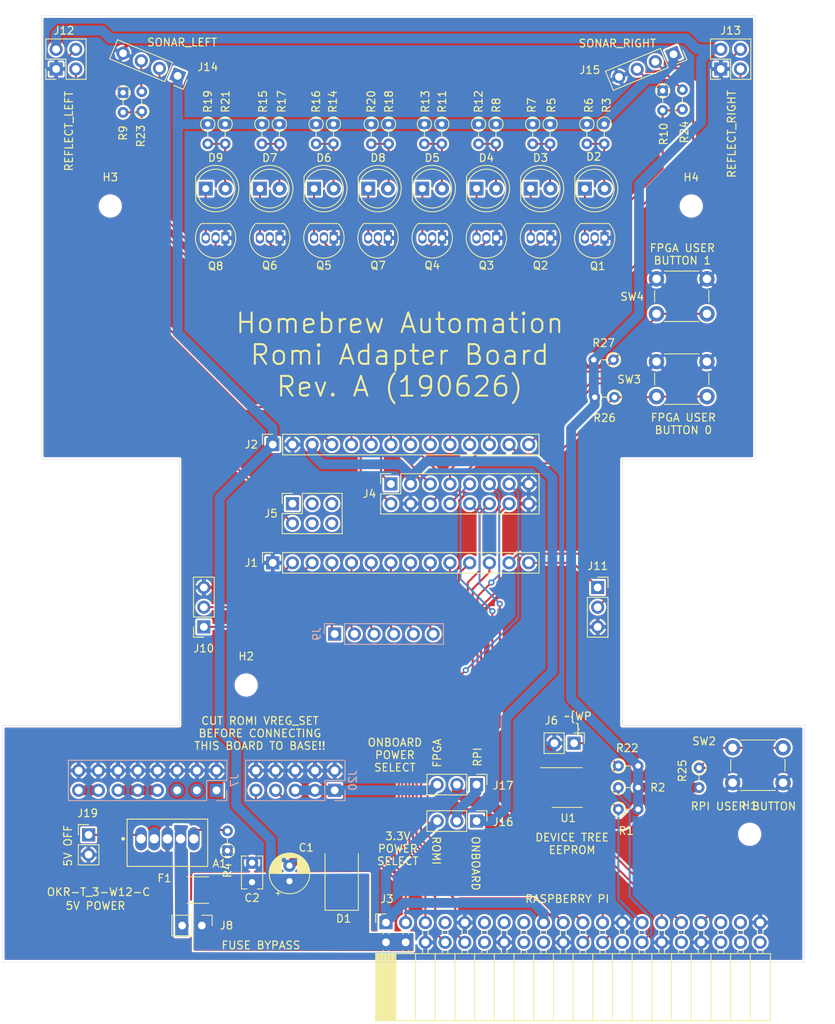
<source format=kicad_pcb>
(kicad_pcb (version 20171130) (host pcbnew 5.1.2)
  (layers (0 F.Cu signal) (31 B.Cu signal) (34 B.Paste user) (35 F.Paste user) (36 B.SilkS user) (37 F.SilkS user) (38 B.Mask user) (39 F.Mask user) (44 Edge.Cuts user))
  (net 0 "")
  (net 1 "Net-(A1-Pad1)")
  (net 2 GND)
  (net 3 "Net-(A1-Pad5)")
  (net 4 +5V)
  (net 5 "Net-(D2-Pad1)")
  (net 6 "Net-(D2-Pad2)")
  (net 7 "Net-(D3-Pad2)")
  (net 8 "Net-(D3-Pad1)")
  (net 9 "Net-(D4-Pad2)")
  (net 10 "Net-(D4-Pad1)")
  (net 11 "Net-(D5-Pad1)")
  (net 12 "Net-(D5-Pad2)")
  (net 13 "Net-(D6-Pad1)")
  (net 14 "Net-(D6-Pad2)")
  (net 15 "Net-(D7-Pad2)")
  (net 16 "Net-(D7-Pad1)")
  (net 17 "Net-(D8-Pad1)")
  (net 18 "Net-(D8-Pad2)")
  (net 19 "Net-(D9-Pad2)")
  (net 20 "Net-(D9-Pad1)")
  (net 21 /FPGA_BTN0)
  (net 22 /FPGA_BTN1)
  (net 23 /RPI_TXD)
  (net 24 /RPI_RXD)
  (net 25 /SONL_TRIG)
  (net 26 /SONL_ECHO)
  (net 27 /SONR_TRIG)
  (net 28 /SONR_ECHO)
  (net 29 /QTRR_CTRL)
  (net 30 /QTRR_OUT)
  (net 31 /QTRL_CTRL)
  (net 32 /QTRL_OUT)
  (net 33 /ROMI_ENC_RB)
  (net 34 /ROMI_ENC_RA)
  (net 35 /ROMI_ENC_LB)
  (net 36 /ROMI_ENC_LA)
  (net 37 /ROMI_PWMR)
  (net 38 /ROMI_DIRR)
  (net 39 /ROMI_~SLPR)
  (net 40 /ROMI_PWML)
  (net 41 /ROMI_DIRL)
  (net 42 /ROMI_~SLPL)
  (net 43 /FPGA_LED0)
  (net 44 /FPGA_3.3V_OUT)
  (net 45 /RPI_3.3V_OUT)
  (net 46 /FPGA_SDI)
  (net 47 /FPGA_SDO)
  (net 48 /FPGA_SCK)
  (net 49 /FPGA_SS)
  (net 50 /RPI_ID_SD)
  (net 51 /RPI_ID_SC)
  (net 52 /FPGA_~HOLD)
  (net 53 /FPGA_~WP)
  (net 54 /FPGA_LED1)
  (net 55 /FPGA_LED4)
  (net 56 /FPGA_LED2)
  (net 57 /FPGA_LED5)
  (net 58 /FPGA_LED3)
  (net 59 /FPGA_LED6)
  (net 60 /FPGA_LED7)
  (net 61 "Net-(J6-Pad1)")
  (net 62 +3V3)
  (net 63 "Net-(J14-Pad3)")
  (net 64 "Net-(J15-Pad3)")
  (net 65 "Net-(J16-Pad2)")
  (net 66 /ROMI_3V3)
  (net 67 +BATT)
  (net 68 /ROMI_SHDN)
  (net 69 /ROMI_PG)
  (net 70 /FPGA_HBA_INT)
  (net 71 /RPI_BTN0)
  (net 72 /VB)
  (net 73 /VRP)
  (net 74 /VREG_OUT)
  (module MountingHole:MountingHole_2.7mm_M2.5 (layer F.Cu) (at 141.605 52.451)
    (fp_text reference H4 (at 0 -3.7) (layer F.SilkS))
    (fp_text value MountingHole)
    (pad 1 np_thru_hole circle (at 0 0) (size 2.7 2.7) (drill 2.7) (layers *.Cu *.Mask))
  )
  (module MountingHole:MountingHole_2.7mm_M2.5 (layer F.Cu) (at 66.675 52.451)
    (fp_text reference H3 (at 0 -3.7) (layer F.SilkS))
    (fp_text value MountingHole)
    (pad 1 np_thru_hole circle (at 0 0) (size 2.7 2.7) (drill 2.7) (layers *.Cu *.Mask))
  )
  (module MountingHole:MountingHole_2.7mm_M2.5 (layer F.Cu) (at 84.201 114.173)
    (fp_text reference H2 (at 0 -3.7) (layer F.SilkS))
    (fp_text value MountingHole)
    (pad 1 np_thru_hole circle (at 0 0) (size 2.7 2.7) (drill 2.7) (layers *.Cu *.Mask))
  )
  (module MountingHole:MountingHole_2.7mm_M2.5 (layer F.Cu) (at 149.1432 133.399699)
    (fp_text reference H1 (at 0 -3.7) (layer F.SilkS))
    (fp_text value MountingHole)
    (pad 1 np_thru_hole circle (at 0 0) (size 2.7 2.7) (drill 2.7) (layers *.Cu *.Mask))
  )
  (module Connector_PinSocket_2.54mm:PinSocket_2x03_P2.54mm_Vertical (layer F.Cu) (at 90.17 90.805 90)
    (fp_text reference J5 (at -1.27 -2.77 180) (layer F.SilkS))
    (fp_text value PinSocket_2x03_P2.54mm_Vertical)
    (pad 6 thru_hole oval (at -2.54 5.08 90) (size 1.7 1.7) (drill 1) (layers *.Cu *.Mask))
    (pad 5 thru_hole oval (at 0 5.08 90) (size 1.7 1.7) (drill 1) (layers *.Cu *.Mask))
    (pad 4 thru_hole oval (at -2.54 2.54 90) (size 1.7 1.7) (drill 1) (layers *.Cu *.Mask))
    (pad 3 thru_hole oval (at 0 2.54 90) (size 1.7 1.7) (drill 1) (layers *.Cu *.Mask))
    (pad 2 thru_hole oval (at -2.54 0 90) (size 1.7 1.7) (drill 1) (layers *.Cu *.Mask) (net 31 /QTRL_CTRL))
    (pad 1 thru_hole rect (at 0 0 90) (size 1.7 1.7) (drill 1) (layers *.Cu *.Mask))
  )
  (module Connector_PinSocket_2.54mm:PinSocket_2x08_P2.54mm_Vertical (layer F.Cu) (at 102.87 88.265 90)
    (fp_text reference J4 (at -1.27 -2.77 180) (layer F.SilkS))
    (fp_text value PinSocket_2x08_P2.54mm_Vertical)
    (pad 16 thru_hole oval (at -2.54 17.78 90) (size 1.7 1.7) (drill 1) (layers *.Cu *.Mask) (net 2 GND))
    (pad 15 thru_hole oval (at 0 17.78 90) (size 1.7 1.7) (drill 1) (layers *.Cu *.Mask) (net 2 GND))
    (pad 14 thru_hole oval (at -2.54 15.24 90) (size 1.7 1.7) (drill 1) (layers *.Cu *.Mask) (net 49 /FPGA_SS))
    (pad 13 thru_hole oval (at 0 15.24 90) (size 1.7 1.7) (drill 1) (layers *.Cu *.Mask) (net 47 /FPGA_SDO))
    (pad 12 thru_hole oval (at -2.54 12.7 90) (size 1.7 1.7) (drill 1) (layers *.Cu *.Mask) (net 46 /FPGA_SDI))
    (pad 11 thru_hole oval (at 0 12.7 90) (size 1.7 1.7) (drill 1) (layers *.Cu *.Mask) (net 48 /FPGA_SCK))
    (pad 10 thru_hole oval (at -2.54 10.16 90) (size 1.7 1.7) (drill 1) (layers *.Cu *.Mask) (net 53 /FPGA_~WP))
    (pad 9 thru_hole oval (at 0 10.16 90) (size 1.7 1.7) (drill 1) (layers *.Cu *.Mask) (net 52 /FPGA_~HOLD))
    (pad 8 thru_hole oval (at -2.54 7.62 90) (size 1.7 1.7) (drill 1) (layers *.Cu *.Mask) (net 21 /FPGA_BTN0))
    (pad 7 thru_hole oval (at 0 7.62 90) (size 1.7 1.7) (drill 1) (layers *.Cu *.Mask) (net 27 /SONR_TRIG))
    (pad 6 thru_hole oval (at -2.54 5.08 90) (size 1.7 1.7) (drill 1) (layers *.Cu *.Mask) (net 54 /FPGA_LED1))
    (pad 5 thru_hole oval (at 0 5.08 90) (size 1.7 1.7) (drill 1) (layers *.Cu *.Mask) (net 58 /FPGA_LED3))
    (pad 4 thru_hole oval (at -2.54 2.54 90) (size 1.7 1.7) (drill 1) (layers *.Cu *.Mask) (net 2 GND))
    (pad 3 thru_hole oval (at 0 2.54 90) (size 1.7 1.7) (drill 1) (layers *.Cu *.Mask) (net 44 /FPGA_3.3V_OUT))
    (pad 2 thru_hole oval (at -2.54 0 90) (size 1.7 1.7) (drill 1) (layers *.Cu *.Mask) (net 25 /SONL_TRIG))
    (pad 1 thru_hole rect (at 0 0 90) (size 1.7 1.7) (drill 1) (layers *.Cu *.Mask) (net 59 /FPGA_LED6))
  )
  (module Connector_PinHeader_2.54mm:PinHeader_2x08_P2.54mm_Vertical (layer B.Cu) (at 80.3783 127.73406 90)
    (fp_text reference J7 (at 1.27 2.33 -90) (layer B.SilkS) (effects (justify mirror)))
    (fp_text value PinHeader_2x08_P2.54mm_Vertical)
    (pad 16 thru_hole oval (at 2.54 -17.78 90) (size 1.7 1.7) (drill 1) (layers *.Cu *.Mask) (net 2 GND))
    (pad 15 thru_hole oval (at 0 -17.78 90) (size 1.7 1.7) (drill 1) (layers *.Cu *.Mask) (net 72 /VB))
    (pad 14 thru_hole oval (at 2.54 -15.24 90) (size 1.7 1.7) (drill 1) (layers *.Cu *.Mask) (net 2 GND))
    (pad 13 thru_hole oval (at 0 -15.24 90) (size 1.7 1.7) (drill 1) (layers *.Cu *.Mask) (net 72 /VB))
    (pad 12 thru_hole oval (at 2.54 -12.7 90) (size 1.7 1.7) (drill 1) (layers *.Cu *.Mask) (net 2 GND))
    (pad 11 thru_hole oval (at 0 -12.7 90) (size 1.7 1.7) (drill 1) (layers *.Cu *.Mask) (net 73 /VRP))
    (pad 10 thru_hole oval (at 2.54 -10.16 90) (size 1.7 1.7) (drill 1) (layers *.Cu *.Mask) (net 2 GND))
    (pad 9 thru_hole oval (at 0 -10.16 90) (size 1.7 1.7) (drill 1) (layers *.Cu *.Mask) (net 73 /VRP))
    (pad 8 thru_hole oval (at 2.54 -7.62 90) (size 1.7 1.7) (drill 1) (layers *.Cu *.Mask) (net 2 GND))
    (pad 7 thru_hole oval (at 0 -7.62 90) (size 1.7 1.7) (drill 1) (layers *.Cu *.Mask) (net 73 /VRP))
    (pad 6 thru_hole oval (at 2.54 -5.08 90) (size 1.7 1.7) (drill 1) (layers *.Cu *.Mask) (net 2 GND))
    (pad 5 thru_hole oval (at 0 -5.08 90) (size 1.7 1.7) (drill 1) (layers *.Cu *.Mask) (net 67 +BATT))
    (pad 4 thru_hole oval (at 2.54 -2.54 90) (size 1.7 1.7) (drill 1) (layers *.Cu *.Mask) (net 2 GND))
    (pad 3 thru_hole oval (at 0 -2.54 90) (size 1.7 1.7) (drill 1) (layers *.Cu *.Mask) (net 67 +BATT))
    (pad 2 thru_hole oval (at 2.54 0 90) (size 1.7 1.7) (drill 1) (layers *.Cu *.Mask) (net 2 GND))
    (pad 1 thru_hole rect (at 0 0 90) (size 1.7 1.7) (drill 1) (layers *.Cu *.Mask) (net 67 +BATT))
  )
  (module Connector_PinHeader_2.54mm:PinHeader_2x05_P2.54mm_Vertical (layer B.Cu) (at 95.6183 127.73406 90)
    (fp_text reference J20 (at 1.27 2.33 90) (layer B.SilkS) (effects (justify mirror)))
    (fp_text value PinHeader_2x05_P2.54mm_Vertical)
    (pad 10 thru_hole oval (at 2.54 -10.16 90) (size 1.7 1.7) (drill 1) (layers *.Cu *.Mask) (net 2 GND))
    (pad 9 thru_hole oval (at 0 -10.16 90) (size 1.7 1.7) (drill 1) (layers *.Cu *.Mask) (net 68 /ROMI_SHDN))
    (pad 8 thru_hole oval (at 2.54 -7.62 90) (size 1.7 1.7) (drill 1) (layers *.Cu *.Mask) (net 2 GND))
    (pad 7 thru_hole oval (at 0 -7.62 90) (size 1.7 1.7) (drill 1) (layers *.Cu *.Mask) (net 69 /ROMI_PG))
    (pad 6 thru_hole oval (at 2.54 -5.08 90) (size 1.7 1.7) (drill 1) (layers *.Cu *.Mask) (net 2 GND))
    (pad 5 thru_hole oval (at 0 -5.08 90) (size 1.7 1.7) (drill 1) (layers *.Cu *.Mask) (net 66 /ROMI_3V3))
    (pad 4 thru_hole oval (at 2.54 -2.54 90) (size 1.7 1.7) (drill 1) (layers *.Cu *.Mask) (net 2 GND))
    (pad 3 thru_hole oval (at 0 -2.54 90) (size 1.7 1.7) (drill 1) (layers *.Cu *.Mask) (net 66 /ROMI_3V3))
    (pad 2 thru_hole oval (at 2.54 0 90) (size 1.7 1.7) (drill 1) (layers *.Cu *.Mask) (net 2 GND))
    (pad 1 thru_hole rect (at 0 0 90) (size 1.7 1.7) (drill 1) (layers *.Cu *.Mask) (net 66 /ROMI_3V3))
  )
  (module Connector_PinHeader_2.54mm:PinHeader_1x06_P2.54mm_Vertical (layer B.Cu) (at 95.6183 107.5944 270)
    (fp_text reference J9 (at 0 2.33 90) (layer B.SilkS) (effects (justify mirror)))
    (fp_text value PinHeader_1x06_P2.54mm_Vertical)
    (pad 6 thru_hole oval (at 0 -12.7 270) (size 1.7 1.7) (drill 1) (layers *.Cu *.Mask) (net 37 /ROMI_PWMR))
    (pad 5 thru_hole oval (at 0 -10.16 270) (size 1.7 1.7) (drill 1) (layers *.Cu *.Mask) (net 38 /ROMI_DIRR))
    (pad 4 thru_hole oval (at 0 -7.62 270) (size 1.7 1.7) (drill 1) (layers *.Cu *.Mask) (net 39 /ROMI_~SLPR))
    (pad 3 thru_hole oval (at 0 -5.08 270) (size 1.7 1.7) (drill 1) (layers *.Cu *.Mask) (net 40 /ROMI_PWML))
    (pad 2 thru_hole oval (at 0 -2.54 270) (size 1.7 1.7) (drill 1) (layers *.Cu *.Mask) (net 41 /ROMI_DIRL))
    (pad 1 thru_hole rect (at 0 0 270) (size 1.7 1.7) (drill 1) (layers *.Cu *.Mask) (net 42 /ROMI_~SLPL))
  )
  (module LED_THT:LED_D5.0mm_Clear (layer F.Cu) (at 127.88138 50.20818)
    (fp_text reference D2 (at 1.15062 -4.10718) (layer F.SilkS))
    (fp_text value LED)
    (pad 1 thru_hole rect (at 0 0) (size 1.8 1.8) (drill 0.9) (layers *.Cu *.Mask) (net 5 "Net-(D2-Pad1)"))
    (pad 2 thru_hole circle (at 2.54 0) (size 1.8 1.8) (drill 0.9) (layers *.Cu *.Mask) (net 6 "Net-(D2-Pad2)"))
  )
  (module custom:Murata_OKR-T-3_P73 (layer F.Cu) (at 74.041 133.985)
    (fp_text reference A1 (at 6.731 3.175) (layer F.SilkS) (effects (font (size 1.00146 1.00146))))
    (fp_text value OKR-T_3-W12-C (at -8.89 6.858) (layer F.SilkS) (effects (font (size 1.00123 1.00123))))
    (pad 5 thru_hole oval (at 3.4 0 90) (size 3 1.5) (drill 1.19) (layers *.Cu *.Mask) (net 3 "Net-(A1-Pad5)"))
    (pad 4 thru_hole oval (at 1.7 0 90) (size 3 1.5) (drill 1.19) (layers *.Cu *.Mask) (net 74 /VREG_OUT))
    (pad 3 thru_hole oval (at 0 0 90) (size 3 1.5) (drill 1.19) (layers *.Cu *.Mask) (net 2 GND))
    (pad 2 thru_hole oval (at -1.7 0 90) (size 3 1.5) (drill 1.19) (layers *.Cu *.Mask) (net 67 +BATT))
    (pad 1 thru_hole oval (at -3.4 0 90) (size 3 1.5) (drill 1.19) (layers *.Cu *.Mask) (net 1 "Net-(A1-Pad1)"))
  )
  (module Capacitor_THT:CP_Radial_D5.0mm_P2.00mm (layer F.Cu) (at 89.789 139.446 90)
    (fp_text reference C1 (at 4.318 2.159 180) (layer F.SilkS))
    (fp_text value 22uF)
    (pad 1 thru_hole rect (at 0 0 90) (size 1.6 1.6) (drill 0.8) (layers *.Cu *.Mask) (net 4 +5V))
    (pad 2 thru_hole circle (at 2 0 90) (size 1.6 1.6) (drill 0.8) (layers *.Cu *.Mask) (net 2 GND))
  )
  (module Capacitor_THT:C_Rect_L4.0mm_W2.5mm_P2.50mm (layer F.Cu) (at 84.963 139.573 90)
    (fp_text reference C2 (at -2.032 0 180) (layer F.SilkS))
    (fp_text value 1uF)
    (pad 1 thru_hole circle (at 0 0 90) (size 1.6 1.6) (drill 0.8) (layers *.Cu *.Mask) (net 4 +5V))
    (pad 2 thru_hole circle (at 2.5 0 90) (size 1.6 1.6) (drill 0.8) (layers *.Cu *.Mask) (net 2 GND))
  )
  (module Diode_SMD:D_SMB_Handsoldering (layer F.Cu) (at 96.52 138.59 90)
    (fp_text reference D1 (at -5.682 0.254 180) (layer F.SilkS))
    (fp_text value SMBJ5.0A)
    (pad 1 smd rect (at -2.7 0 90) (size 3.5 2.3) (layers F.Cu F.Paste F.Mask) (net 4 +5V))
    (pad 2 smd rect (at 2.7 0 90) (size 3.5 2.3) (layers F.Cu F.Paste F.Mask) (net 2 GND))
  )
  (module LED_THT:LED_D5.0mm_Clear (layer F.Cu) (at 120.89638 50.20818)
    (fp_text reference D3 (at 1.27 -3.96) (layer F.SilkS))
    (fp_text value LED)
    (pad 2 thru_hole circle (at 2.54 0) (size 1.8 1.8) (drill 0.9) (layers *.Cu *.Mask) (net 7 "Net-(D3-Pad2)"))
    (pad 1 thru_hole rect (at 0 0) (size 1.8 1.8) (drill 0.9) (layers *.Cu *.Mask) (net 8 "Net-(D3-Pad1)"))
  )
  (module LED_THT:LED_D5.0mm_Clear (layer F.Cu) (at 113.91138 50.20818)
    (fp_text reference D4 (at 1.27 -3.96) (layer F.SilkS))
    (fp_text value LED)
    (pad 2 thru_hole circle (at 2.54 0) (size 1.8 1.8) (drill 0.9) (layers *.Cu *.Mask) (net 9 "Net-(D4-Pad2)"))
    (pad 1 thru_hole rect (at 0 0) (size 1.8 1.8) (drill 0.9) (layers *.Cu *.Mask) (net 10 "Net-(D4-Pad1)"))
  )
  (module LED_THT:LED_D5.0mm_Clear (layer F.Cu) (at 106.92638 50.20818)
    (fp_text reference D5 (at 1.27 -3.96) (layer F.SilkS))
    (fp_text value LED)
    (pad 1 thru_hole rect (at 0 0) (size 1.8 1.8) (drill 0.9) (layers *.Cu *.Mask) (net 11 "Net-(D5-Pad1)"))
    (pad 2 thru_hole circle (at 2.54 0) (size 1.8 1.8) (drill 0.9) (layers *.Cu *.Mask) (net 12 "Net-(D5-Pad2)"))
  )
  (module LED_THT:LED_D5.0mm_Clear (layer F.Cu) (at 92.95638 50.20818)
    (fp_text reference D6 (at 1.27 -3.96) (layer F.SilkS))
    (fp_text value LED)
    (pad 1 thru_hole rect (at 0 0) (size 1.8 1.8) (drill 0.9) (layers *.Cu *.Mask) (net 13 "Net-(D6-Pad1)"))
    (pad 2 thru_hole circle (at 2.54 0) (size 1.8 1.8) (drill 0.9) (layers *.Cu *.Mask) (net 14 "Net-(D6-Pad2)"))
  )
  (module LED_THT:LED_D5.0mm_Clear (layer F.Cu) (at 85.97138 50.20818)
    (fp_text reference D7 (at 1.27 -3.96) (layer F.SilkS))
    (fp_text value LED)
    (pad 2 thru_hole circle (at 2.54 0) (size 1.8 1.8) (drill 0.9) (layers *.Cu *.Mask) (net 15 "Net-(D7-Pad2)"))
    (pad 1 thru_hole rect (at 0 0) (size 1.8 1.8) (drill 0.9) (layers *.Cu *.Mask) (net 16 "Net-(D7-Pad1)"))
  )
  (module LED_THT:LED_D5.0mm_Clear (layer F.Cu) (at 99.94138 50.20818)
    (fp_text reference D8 (at 1.27 -3.96) (layer F.SilkS))
    (fp_text value LED)
    (pad 1 thru_hole rect (at 0 0) (size 1.8 1.8) (drill 0.9) (layers *.Cu *.Mask) (net 17 "Net-(D8-Pad1)"))
    (pad 2 thru_hole circle (at 2.54 0) (size 1.8 1.8) (drill 0.9) (layers *.Cu *.Mask) (net 18 "Net-(D8-Pad2)"))
  )
  (module LED_THT:LED_D5.0mm_Clear (layer F.Cu) (at 78.98638 50.20818)
    (fp_text reference D9 (at 1.27762 -3.98018) (layer F.SilkS))
    (fp_text value LED)
    (pad 2 thru_hole circle (at 2.54 0) (size 1.8 1.8) (drill 0.9) (layers *.Cu *.Mask) (net 19 "Net-(D9-Pad2)"))
    (pad 1 thru_hole rect (at 0 0) (size 1.8 1.8) (drill 0.9) (layers *.Cu *.Mask) (net 20 "Net-(D9-Pad1)"))
  )
  (module Fuse:Fuse_1812_4532Metric_Pad1.30x3.40mm_HandSolder (layer F.Cu) (at 77.978 140.589 180)
    (fp_text reference F1 (at 4.318 1.524) (layer F.SilkS))
    (fp_text value " MF-MSMF250/16X-2")
    (pad 1 smd roundrect (at -2.225 0 180) (size 1.3 3.4) (layers F.Cu F.Paste F.Mask) (roundrect_rratio 0.192308) (net 4 +5V))
    (pad 2 smd roundrect (at 2.225 0 180) (size 1.3 3.4) (layers F.Cu F.Paste F.Mask) (roundrect_rratio 0.192308) (net 74 /VREG_OUT))
  )
  (module Connector_PinSocket_2.54mm:PinSocket_1x14_P2.54mm_Vertical (layer F.Cu) (at 87.63 83.185 90)
    (fp_text reference J2 (at 0 -2.77 180) (layer F.SilkS))
    (fp_text value Conn_01x14_Female)
    (pad 1 thru_hole rect (at 0 0 90) (size 1.7 1.7) (drill 1) (layers *.Cu *.Mask) (net 4 +5V))
    (pad 2 thru_hole oval (at 0 2.54 90) (size 1.7 1.7) (drill 1) (layers *.Cu *.Mask) (net 2 GND))
    (pad 3 thru_hole oval (at 0 5.08 90) (size 1.7 1.7) (drill 1) (layers *.Cu *.Mask) (net 44 /FPGA_3.3V_OUT))
    (pad 4 thru_hole oval (at 0 7.62 90) (size 1.7 1.7) (drill 1) (layers *.Cu *.Mask) (net 32 /QTRL_OUT))
    (pad 5 thru_hole oval (at 0 10.16 90) (size 1.7 1.7) (drill 1) (layers *.Cu *.Mask) (net 26 /SONL_ECHO))
    (pad 6 thru_hole oval (at 0 12.7 90) (size 1.7 1.7) (drill 1) (layers *.Cu *.Mask) (net 60 /FPGA_LED7))
    (pad 7 thru_hole oval (at 0 15.24 90) (size 1.7 1.7) (drill 1) (layers *.Cu *.Mask) (net 56 /FPGA_LED2))
    (pad 8 thru_hole oval (at 0 17.78 90) (size 1.7 1.7) (drill 1) (layers *.Cu *.Mask) (net 57 /FPGA_LED5))
    (pad 9 thru_hole oval (at 0 20.32 90) (size 1.7 1.7) (drill 1) (layers *.Cu *.Mask) (net 55 /FPGA_LED4))
    (pad 10 thru_hole oval (at 0 22.86 90) (size 1.7 1.7) (drill 1) (layers *.Cu *.Mask) (net 43 /FPGA_LED0))
    (pad 11 thru_hole oval (at 0 25.4 90) (size 1.7 1.7) (drill 1) (layers *.Cu *.Mask) (net 28 /SONR_ECHO))
    (pad 12 thru_hole oval (at 0 27.94 90) (size 1.7 1.7) (drill 1) (layers *.Cu *.Mask) (net 22 /FPGA_BTN1))
    (pad 13 thru_hole oval (at 0 30.48 90) (size 1.7 1.7) (drill 1) (layers *.Cu *.Mask) (net 30 /QTRR_OUT))
    (pad 14 thru_hole oval (at 0 33.02 90) (size 1.7 1.7) (drill 1) (layers *.Cu *.Mask) (net 29 /QTRR_CTRL))
  )
  (module Connector_PinSocket_2.54mm:PinSocket_1x14_P2.54mm_Vertical (layer F.Cu) (at 87.63 98.425 90)
    (fp_text reference J1 (at 0 -2.77 180) (layer F.SilkS))
    (fp_text value Conn_01x14_Female)
    (pad 14 thru_hole oval (at 0 33.02 90) (size 1.7 1.7) (drill 1) (layers *.Cu *.Mask) (net 34 /ROMI_ENC_RA))
    (pad 13 thru_hole oval (at 0 30.48 90) (size 1.7 1.7) (drill 1) (layers *.Cu *.Mask) (net 33 /ROMI_ENC_RB))
    (pad 12 thru_hole oval (at 0 27.94 90) (size 1.7 1.7) (drill 1) (layers *.Cu *.Mask) (net 70 /FPGA_HBA_INT))
    (pad 11 thru_hole oval (at 0 25.4 90) (size 1.7 1.7) (drill 1) (layers *.Cu *.Mask) (net 24 /RPI_RXD))
    (pad 10 thru_hole oval (at 0 22.86 90) (size 1.7 1.7) (drill 1) (layers *.Cu *.Mask) (net 23 /RPI_TXD))
    (pad 9 thru_hole oval (at 0 20.32 90) (size 1.7 1.7) (drill 1) (layers *.Cu *.Mask) (net 37 /ROMI_PWMR))
    (pad 8 thru_hole oval (at 0 17.78 90) (size 1.7 1.7) (drill 1) (layers *.Cu *.Mask) (net 38 /ROMI_DIRR))
    (pad 7 thru_hole oval (at 0 15.24 90) (size 1.7 1.7) (drill 1) (layers *.Cu *.Mask) (net 39 /ROMI_~SLPR))
    (pad 6 thru_hole oval (at 0 12.7 90) (size 1.7 1.7) (drill 1) (layers *.Cu *.Mask) (net 40 /ROMI_PWML))
    (pad 5 thru_hole oval (at 0 10.16 90) (size 1.7 1.7) (drill 1) (layers *.Cu *.Mask) (net 41 /ROMI_DIRL))
    (pad 4 thru_hole oval (at 0 7.62 90) (size 1.7 1.7) (drill 1) (layers *.Cu *.Mask) (net 42 /ROMI_~SLPL))
    (pad 3 thru_hole oval (at 0 5.08 90) (size 1.7 1.7) (drill 1) (layers *.Cu *.Mask) (net 36 /ROMI_ENC_LA))
    (pad 2 thru_hole oval (at 0 2.54 90) (size 1.7 1.7) (drill 1) (layers *.Cu *.Mask) (net 35 /ROMI_ENC_LB))
    (pad 1 thru_hole rect (at 0 0 90) (size 1.7 1.7) (drill 1) (layers *.Cu *.Mask) (net 2 GND))
  )
  (module Connector_PinSocket_2.54mm:PinSocket_2x20_P2.54mm_Horizontal (layer F.Cu) (at 102.235 144.78 90)
    (fp_text reference J3 (at 3.048 0.127 180) (layer F.SilkS))
    (fp_text value Raspberry_Pi_2_3)
    (pad 1 thru_hole rect (at 0 0 90) (size 1.7 1.7) (drill 1) (layers *.Cu *.Mask) (net 45 /RPI_3.3V_OUT))
    (pad 2 thru_hole oval (at -2.54 0 90) (size 1.7 1.7) (drill 1) (layers *.Cu *.Mask) (net 4 +5V))
    (pad 3 thru_hole oval (at 0 2.54 90) (size 1.7 1.7) (drill 1) (layers *.Cu *.Mask) (net 68 /ROMI_SHDN))
    (pad 4 thru_hole oval (at -2.54 2.54 90) (size 1.7 1.7) (drill 1) (layers *.Cu *.Mask) (net 4 +5V))
    (pad 5 thru_hole oval (at 0 5.08 90) (size 1.7 1.7) (drill 1) (layers *.Cu *.Mask) (net 69 /ROMI_PG))
    (pad 6 thru_hole oval (at -2.54 5.08 90) (size 1.7 1.7) (drill 1) (layers *.Cu *.Mask) (net 2 GND))
    (pad 7 thru_hole oval (at 0 7.62 90) (size 1.7 1.7) (drill 1) (layers *.Cu *.Mask))
    (pad 8 thru_hole oval (at -2.54 7.62 90) (size 1.7 1.7) (drill 1) (layers *.Cu *.Mask) (net 23 /RPI_TXD))
    (pad 9 thru_hole oval (at 0 10.16 90) (size 1.7 1.7) (drill 1) (layers *.Cu *.Mask) (net 2 GND))
    (pad 10 thru_hole oval (at -2.54 10.16 90) (size 1.7 1.7) (drill 1) (layers *.Cu *.Mask) (net 24 /RPI_RXD))
    (pad 11 thru_hole oval (at 0 12.7 90) (size 1.7 1.7) (drill 1) (layers *.Cu *.Mask))
    (pad 12 thru_hole oval (at -2.54 12.7 90) (size 1.7 1.7) (drill 1) (layers *.Cu *.Mask))
    (pad 13 thru_hole oval (at 0 15.24 90) (size 1.7 1.7) (drill 1) (layers *.Cu *.Mask))
    (pad 14 thru_hole oval (at -2.54 15.24 90) (size 1.7 1.7) (drill 1) (layers *.Cu *.Mask) (net 2 GND))
    (pad 15 thru_hole oval (at 0 17.78 90) (size 1.7 1.7) (drill 1) (layers *.Cu *.Mask))
    (pad 16 thru_hole oval (at -2.54 17.78 90) (size 1.7 1.7) (drill 1) (layers *.Cu *.Mask))
    (pad 17 thru_hole oval (at 0 20.32 90) (size 1.7 1.7) (drill 1) (layers *.Cu *.Mask) (net 45 /RPI_3.3V_OUT))
    (pad 18 thru_hole oval (at -2.54 20.32 90) (size 1.7 1.7) (drill 1) (layers *.Cu *.Mask))
    (pad 19 thru_hole oval (at 0 22.86 90) (size 1.7 1.7) (drill 1) (layers *.Cu *.Mask) (net 46 /FPGA_SDI))
    (pad 20 thru_hole oval (at -2.54 22.86 90) (size 1.7 1.7) (drill 1) (layers *.Cu *.Mask) (net 2 GND))
    (pad 21 thru_hole oval (at 0 25.4 90) (size 1.7 1.7) (drill 1) (layers *.Cu *.Mask) (net 47 /FPGA_SDO))
    (pad 22 thru_hole oval (at -2.54 25.4 90) (size 1.7 1.7) (drill 1) (layers *.Cu *.Mask) (net 70 /FPGA_HBA_INT))
    (pad 23 thru_hole oval (at 0 27.94 90) (size 1.7 1.7) (drill 1) (layers *.Cu *.Mask) (net 48 /FPGA_SCK))
    (pad 24 thru_hole oval (at -2.54 27.94 90) (size 1.7 1.7) (drill 1) (layers *.Cu *.Mask) (net 49 /FPGA_SS))
    (pad 25 thru_hole oval (at 0 30.48 90) (size 1.7 1.7) (drill 1) (layers *.Cu *.Mask) (net 2 GND))
    (pad 26 thru_hole oval (at -2.54 30.48 90) (size 1.7 1.7) (drill 1) (layers *.Cu *.Mask))
    (pad 27 thru_hole oval (at 0 33.02 90) (size 1.7 1.7) (drill 1) (layers *.Cu *.Mask) (net 50 /RPI_ID_SD))
    (pad 28 thru_hole oval (at -2.54 33.02 90) (size 1.7 1.7) (drill 1) (layers *.Cu *.Mask) (net 51 /RPI_ID_SC))
    (pad 29 thru_hole oval (at 0 35.56 90) (size 1.7 1.7) (drill 1) (layers *.Cu *.Mask) (net 52 /FPGA_~HOLD))
    (pad 30 thru_hole oval (at -2.54 35.56 90) (size 1.7 1.7) (drill 1) (layers *.Cu *.Mask) (net 2 GND))
    (pad 31 thru_hole oval (at 0 38.1 90) (size 1.7 1.7) (drill 1) (layers *.Cu *.Mask) (net 53 /FPGA_~WP))
    (pad 32 thru_hole oval (at -2.54 38.1 90) (size 1.7 1.7) (drill 1) (layers *.Cu *.Mask))
    (pad 33 thru_hole oval (at 0 40.64 90) (size 1.7 1.7) (drill 1) (layers *.Cu *.Mask) (net 71 /RPI_BTN0))
    (pad 34 thru_hole oval (at -2.54 40.64 90) (size 1.7 1.7) (drill 1) (layers *.Cu *.Mask) (net 2 GND))
    (pad 35 thru_hole oval (at 0 43.18 90) (size 1.7 1.7) (drill 1) (layers *.Cu *.Mask))
    (pad 36 thru_hole oval (at -2.54 43.18 90) (size 1.7 1.7) (drill 1) (layers *.Cu *.Mask))
    (pad 37 thru_hole oval (at 0 45.72 90) (size 1.7 1.7) (drill 1) (layers *.Cu *.Mask))
    (pad 38 thru_hole oval (at -2.54 45.72 90) (size 1.7 1.7) (drill 1) (layers *.Cu *.Mask))
    (pad 39 thru_hole oval (at 0 48.26 90) (size 1.7 1.7) (drill 1) (layers *.Cu *.Mask) (net 2 GND))
    (pad 40 thru_hole oval (at -2.54 48.26 90) (size 1.7 1.7) (drill 1) (layers *.Cu *.Mask))
  )
  (module Connector_PinSocket_2.54mm:PinSocket_1x03_P2.54mm_Vertical (layer F.Cu) (at 78.74 106.68 180)
    (fp_text reference J10 (at 0 -2.77) (layer F.SilkS))
    (fp_text value PinSocket_1x03_P2.54mm_Vertical)
    (pad 1 thru_hole rect (at 0 0 180) (size 1.7 1.7) (drill 1) (layers *.Cu *.Mask) (net 36 /ROMI_ENC_LA))
    (pad 2 thru_hole oval (at 0 2.54 180) (size 1.7 1.7) (drill 1) (layers *.Cu *.Mask) (net 35 /ROMI_ENC_LB))
    (pad 3 thru_hole oval (at 0 5.08 180) (size 1.7 1.7) (drill 1) (layers *.Cu *.Mask) (net 2 GND))
  )
  (module Connector_PinSocket_2.54mm:PinSocket_1x03_P2.54mm_Vertical (layer F.Cu) (at 129.54 101.6)
    (fp_text reference J11 (at 0 -2.77) (layer F.SilkS))
    (fp_text value PinSocket_1x03_P2.54mm_Vertical)
    (pad 3 thru_hole oval (at 0 5.08) (size 1.7 1.7) (drill 1) (layers *.Cu *.Mask) (net 2 GND))
    (pad 2 thru_hole oval (at 0 2.54) (size 1.7 1.7) (drill 1) (layers *.Cu *.Mask) (net 33 /ROMI_ENC_RB))
    (pad 1 thru_hole rect (at 0 0) (size 1.7 1.7) (drill 1) (layers *.Cu *.Mask) (net 34 /ROMI_ENC_RA))
  )
  (module Connector_PinHeader_2.54mm:PinHeader_1x03_P2.54mm_Vertical (layer F.Cu) (at 113.919 131.699 270)
    (fp_text reference J16 (at 0.127 -3.429 180) (layer F.SilkS))
    (fp_text value PinHeader_1x03_P2.54mm_Vertical)
    (pad 3 thru_hole oval (at 0 5.08 270) (size 1.7 1.7) (drill 1) (layers *.Cu *.Mask) (net 45 /RPI_3.3V_OUT))
    (pad 2 thru_hole oval (at 0 2.54 270) (size 1.7 1.7) (drill 1) (layers *.Cu *.Mask) (net 65 "Net-(J16-Pad2)"))
    (pad 1 thru_hole rect (at 0 0 270) (size 1.7 1.7) (drill 1) (layers *.Cu *.Mask) (net 44 /FPGA_3.3V_OUT))
  )
  (module Connector_PinHeader_2.54mm:PinHeader_1x03_P2.54mm_Vertical (layer F.Cu) (at 113.919 127 270)
    (fp_text reference J17 (at 0.127 -3.429 180) (layer F.SilkS))
    (fp_text value PinHeader_1x03_P2.54mm_Vertical)
    (pad 1 thru_hole rect (at 0 0 270) (size 1.7 1.7) (drill 1) (layers *.Cu *.Mask) (net 65 "Net-(J16-Pad2)"))
    (pad 2 thru_hole oval (at 0 2.54 270) (size 1.7 1.7) (drill 1) (layers *.Cu *.Mask) (net 62 +3V3))
    (pad 3 thru_hole oval (at 0 5.08 270) (size 1.7 1.7) (drill 1) (layers *.Cu *.Mask) (net 66 /ROMI_3V3))
  )
  (module Package_TO_SOT_THT:TO-92_Inline (layer F.Cu) (at 130.42138 56.55818 180)
    (fp_text reference Q1 (at 0.88138 -3.63982) (layer F.SilkS))
    (fp_text value 2N7000)
    (pad 1 thru_hole rect (at 0 0 180) (size 1.05 1.5) (drill 0.75) (layers *.Cu *.Mask) (net 2 GND))
    (pad 3 thru_hole oval (at 2.54 0 180) (size 1.05 1.5) (drill 0.75) (layers *.Cu *.Mask) (net 5 "Net-(D2-Pad1)"))
    (pad 2 thru_hole oval (at 1.27 0 180) (size 1.05 1.5) (drill 0.75) (layers *.Cu *.Mask) (net 43 /FPGA_LED0))
  )
  (module Package_TO_SOT_THT:TO-92_Inline (layer F.Cu) (at 123.43638 56.55818 180)
    (fp_text reference Q2 (at 1.27 -3.56) (layer F.SilkS))
    (fp_text value 2N7000)
    (pad 2 thru_hole oval (at 1.27 0 180) (size 1.05 1.5) (drill 0.75) (layers *.Cu *.Mask) (net 55 /FPGA_LED4))
    (pad 3 thru_hole oval (at 2.54 0 180) (size 1.05 1.5) (drill 0.75) (layers *.Cu *.Mask) (net 8 "Net-(D3-Pad1)"))
    (pad 1 thru_hole rect (at 0 0 180) (size 1.05 1.5) (drill 0.75) (layers *.Cu *.Mask) (net 2 GND))
  )
  (module Package_TO_SOT_THT:TO-92_Inline (layer F.Cu) (at 116.45138 56.55818 180)
    (fp_text reference Q3 (at 1.27 -3.56) (layer F.SilkS))
    (fp_text value 2N7000)
    (pad 2 thru_hole oval (at 1.27 0 180) (size 1.05 1.5) (drill 0.75) (layers *.Cu *.Mask) (net 54 /FPGA_LED1))
    (pad 3 thru_hole oval (at 2.54 0 180) (size 1.05 1.5) (drill 0.75) (layers *.Cu *.Mask) (net 10 "Net-(D4-Pad1)"))
    (pad 1 thru_hole rect (at 0 0 180) (size 1.05 1.5) (drill 0.75) (layers *.Cu *.Mask) (net 2 GND))
  )
  (module Package_TO_SOT_THT:TO-92_Inline (layer F.Cu) (at 109.46638 56.55818 180)
    (fp_text reference Q4 (at 1.27 -3.56) (layer F.SilkS))
    (fp_text value 2N7000)
    (pad 2 thru_hole oval (at 1.27 0 180) (size 1.05 1.5) (drill 0.75) (layers *.Cu *.Mask) (net 57 /FPGA_LED5))
    (pad 3 thru_hole oval (at 2.54 0 180) (size 1.05 1.5) (drill 0.75) (layers *.Cu *.Mask) (net 11 "Net-(D5-Pad1)"))
    (pad 1 thru_hole rect (at 0 0 180) (size 1.05 1.5) (drill 0.75) (layers *.Cu *.Mask) (net 2 GND))
  )
  (module Package_TO_SOT_THT:TO-92_Inline (layer F.Cu) (at 95.49638 56.55818 180)
    (fp_text reference Q5 (at 1.27 -3.56) (layer F.SilkS))
    (fp_text value 2N7000)
    (pad 2 thru_hole oval (at 1.27 0 180) (size 1.05 1.5) (drill 0.75) (layers *.Cu *.Mask) (net 56 /FPGA_LED2))
    (pad 3 thru_hole oval (at 2.54 0 180) (size 1.05 1.5) (drill 0.75) (layers *.Cu *.Mask) (net 13 "Net-(D6-Pad1)"))
    (pad 1 thru_hole rect (at 0 0 180) (size 1.05 1.5) (drill 0.75) (layers *.Cu *.Mask) (net 2 GND))
  )
  (module Package_TO_SOT_THT:TO-92_Inline (layer F.Cu) (at 88.51138 56.55818 180)
    (fp_text reference Q6 (at 1.27 -3.56) (layer F.SilkS))
    (fp_text value 2N7000)
    (pad 1 thru_hole rect (at 0 0 180) (size 1.05 1.5) (drill 0.75) (layers *.Cu *.Mask) (net 2 GND))
    (pad 3 thru_hole oval (at 2.54 0 180) (size 1.05 1.5) (drill 0.75) (layers *.Cu *.Mask) (net 16 "Net-(D7-Pad1)"))
    (pad 2 thru_hole oval (at 1.27 0 180) (size 1.05 1.5) (drill 0.75) (layers *.Cu *.Mask) (net 59 /FPGA_LED6))
  )
  (module Package_TO_SOT_THT:TO-92_Inline (layer F.Cu) (at 102.48138 56.55818 180)
    (fp_text reference Q7 (at 1.27 -3.56) (layer F.SilkS))
    (fp_text value 2N7000)
    (pad 1 thru_hole rect (at 0 0 180) (size 1.05 1.5) (drill 0.75) (layers *.Cu *.Mask) (net 2 GND))
    (pad 3 thru_hole oval (at 2.54 0 180) (size 1.05 1.5) (drill 0.75) (layers *.Cu *.Mask) (net 17 "Net-(D8-Pad1)"))
    (pad 2 thru_hole oval (at 1.27 0 180) (size 1.05 1.5) (drill 0.75) (layers *.Cu *.Mask) (net 58 /FPGA_LED3))
  )
  (module Package_TO_SOT_THT:TO-92_Inline (layer F.Cu) (at 81.52638 56.55818 180)
    (fp_text reference Q8 (at 1.26238 -3.63982) (layer F.SilkS))
    (fp_text value 2N7000)
    (pad 1 thru_hole rect (at 0 0 180) (size 1.05 1.5) (drill 0.75) (layers *.Cu *.Mask) (net 2 GND))
    (pad 3 thru_hole oval (at 2.54 0 180) (size 1.05 1.5) (drill 0.75) (layers *.Cu *.Mask) (net 20 "Net-(D9-Pad1)"))
    (pad 2 thru_hole oval (at 1.27 0 180) (size 1.05 1.5) (drill 0.75) (layers *.Cu *.Mask) (net 60 /FPGA_LED7))
  )
  (module Resistor_THT:R_Axial_DIN0204_L3.6mm_D1.6mm_P2.54mm_Vertical (layer F.Cu) (at 132.207 130.175)
    (fp_text reference R1 (at 1.016 2.794) (layer F.SilkS))
    (fp_text value 3.9k)
    (pad 2 thru_hole oval (at 2.54 0) (size 1.4 1.4) (drill 0.7) (layers *.Cu *.Mask) (net 62 +3V3))
    (pad 1 thru_hole circle (at 0 0) (size 1.4 1.4) (drill 0.7) (layers *.Cu *.Mask) (net 50 /RPI_ID_SD))
  )
  (module Resistor_THT:R_Axial_DIN0204_L3.6mm_D1.6mm_P2.54mm_Vertical (layer F.Cu) (at 132.207 127.381)
    (fp_text reference R2 (at 5.08 0) (layer F.SilkS))
    (fp_text value 3.9k)
    (pad 1 thru_hole circle (at 0 0) (size 1.4 1.4) (drill 0.7) (layers *.Cu *.Mask) (net 51 /RPI_ID_SC))
    (pad 2 thru_hole oval (at 2.54 0) (size 1.4 1.4) (drill 0.7) (layers *.Cu *.Mask) (net 62 +3V3))
  )
  (module Resistor_THT:R_Axial_DIN0204_L3.6mm_D1.6mm_P2.54mm_Vertical (layer F.Cu) (at 130.38582 41.90238 270)
    (fp_text reference R3 (at -2.437189 -0.29718 90) (layer F.SilkS))
    (fp_text value 268)
    (pad 1 thru_hole circle (at 0 0 270) (size 1.4 1.4) (drill 0.7) (layers *.Cu *.Mask) (net 4 +5V))
    (pad 2 thru_hole oval (at 2.54 0 270) (size 1.4 1.4) (drill 0.7) (layers *.Cu *.Mask) (net 6 "Net-(D2-Pad2)"))
  )
  (module Resistor_THT:R_Axial_DIN0204_L3.6mm_D1.6mm_P2.54mm_Vertical (layer F.Cu) (at 81.788 135.509 90)
    (fp_text reference R4 (at -2.54 0 90) (layer F.SilkS))
    (fp_text value 268)
    (pad 1 thru_hole circle (at 0 0 90) (size 1.4 1.4) (drill 0.7) (layers *.Cu *.Mask) (net 2 GND))
    (pad 2 thru_hole oval (at 2.54 0 90) (size 1.4 1.4) (drill 0.7) (layers *.Cu *.Mask) (net 3 "Net-(A1-Pad5)"))
  )
  (module Resistor_THT:R_Axial_DIN0204_L3.6mm_D1.6mm_P2.54mm_Vertical (layer F.Cu) (at 123.40082 41.90238 270)
    (fp_text reference R5 (at -2.437189 -0.17018 90) (layer F.SilkS))
    (fp_text value 268)
    (pad 1 thru_hole circle (at 0 0 270) (size 1.4 1.4) (drill 0.7) (layers *.Cu *.Mask) (net 4 +5V))
    (pad 2 thru_hole oval (at 2.54 0 270) (size 1.4 1.4) (drill 0.7) (layers *.Cu *.Mask) (net 7 "Net-(D3-Pad2)"))
  )
  (module Resistor_THT:R_Axial_DIN0204_L3.6mm_D1.6mm_P2.54mm_Vertical (layer F.Cu) (at 128.143 41.90238 270)
    (fp_text reference R6 (at -2.437189 -0.254 90) (layer F.SilkS))
    (fp_text value 268)
    (pad 2 thru_hole oval (at 2.54 0 270) (size 1.4 1.4) (drill 0.7) (layers *.Cu *.Mask) (net 6 "Net-(D2-Pad2)"))
    (pad 1 thru_hole circle (at 0 0 270) (size 1.4 1.4) (drill 0.7) (layers *.Cu *.Mask) (net 4 +5V))
  )
  (module Resistor_THT:R_Axial_DIN0204_L3.6mm_D1.6mm_P2.54mm_Vertical (layer F.Cu) (at 121.158 41.90238 270)
    (fp_text reference R7 (at -2.437189 0.127 90) (layer F.SilkS))
    (fp_text value 268)
    (pad 1 thru_hole circle (at 0 0 270) (size 1.4 1.4) (drill 0.7) (layers *.Cu *.Mask) (net 4 +5V))
    (pad 2 thru_hole oval (at 2.54 0 270) (size 1.4 1.4) (drill 0.7) (layers *.Cu *.Mask) (net 7 "Net-(D3-Pad2)"))
  )
  (module Resistor_THT:R_Axial_DIN0204_L3.6mm_D1.6mm_P2.54mm_Vertical (layer F.Cu) (at 116.41582 41.90238 270)
    (fp_text reference R8 (at -2.437189 -0.04318 90) (layer F.SilkS))
    (fp_text value 268)
    (pad 1 thru_hole circle (at 0 0 270) (size 1.4 1.4) (drill 0.7) (layers *.Cu *.Mask) (net 4 +5V))
    (pad 2 thru_hole oval (at 2.54 0 270) (size 1.4 1.4) (drill 0.7) (layers *.Cu *.Mask) (net 9 "Net-(D4-Pad2)"))
  )
  (module Resistor_THT:R_Axial_DIN0204_L3.6mm_D1.6mm_P2.54mm_Vertical (layer F.Cu) (at 68.326 37.846 270)
    (fp_text reference R9 (at 5.207 0 270) (layer F.SilkS))
    (fp_text value 3.9k)
    (pad 2 thru_hole oval (at 2.54 0 270) (size 1.4 1.4) (drill 0.7) (layers *.Cu *.Mask) (net 26 /SONL_ECHO))
    (pad 1 thru_hole circle (at 0 0 270) (size 1.4 1.4) (drill 0.7) (layers *.Cu *.Mask) (net 2 GND))
  )
  (module Resistor_THT:R_Axial_DIN0204_L3.6mm_D1.6mm_P2.54mm_Vertical (layer F.Cu) (at 137.922 37.592 270)
    (fp_text reference R10 (at 5.588 -0.127 270) (layer F.SilkS))
    (fp_text value 3.9k)
    (pad 2 thru_hole oval (at 2.54 0 270) (size 1.4 1.4) (drill 0.7) (layers *.Cu *.Mask) (net 28 /SONR_ECHO))
    (pad 1 thru_hole circle (at 0 0 270) (size 1.4 1.4) (drill 0.7) (layers *.Cu *.Mask) (net 2 GND))
  )
  (module Resistor_THT:R_Axial_DIN0204_L3.6mm_D1.6mm_P2.54mm_Vertical (layer F.Cu) (at 109.43082 41.90238 270)
    (fp_text reference R11 (at -2.91338 -0.04318 90) (layer F.SilkS))
    (fp_text value 268)
    (pad 1 thru_hole circle (at 0 0 270) (size 1.4 1.4) (drill 0.7) (layers *.Cu *.Mask) (net 4 +5V))
    (pad 2 thru_hole oval (at 2.54 0 270) (size 1.4 1.4) (drill 0.7) (layers *.Cu *.Mask) (net 12 "Net-(D5-Pad2)"))
  )
  (module Resistor_THT:R_Axial_DIN0204_L3.6mm_D1.6mm_P2.54mm_Vertical (layer F.Cu) (at 114.173 41.90238 270)
    (fp_text reference R12 (at -2.91338 0 90) (layer F.SilkS))
    (fp_text value 268)
    (pad 2 thru_hole oval (at 2.54 0 270) (size 1.4 1.4) (drill 0.7) (layers *.Cu *.Mask) (net 9 "Net-(D4-Pad2)"))
    (pad 1 thru_hole circle (at 0 0 270) (size 1.4 1.4) (drill 0.7) (layers *.Cu *.Mask) (net 4 +5V))
  )
  (module Resistor_THT:R_Axial_DIN0204_L3.6mm_D1.6mm_P2.54mm_Vertical (layer F.Cu) (at 107.188 41.90238 270)
    (fp_text reference R13 (at -2.91338 -0.127 90) (layer F.SilkS))
    (fp_text value 268)
    (pad 2 thru_hole oval (at 2.54 0 270) (size 1.4 1.4) (drill 0.7) (layers *.Cu *.Mask) (net 12 "Net-(D5-Pad2)"))
    (pad 1 thru_hole circle (at 0 0 270) (size 1.4 1.4) (drill 0.7) (layers *.Cu *.Mask) (net 4 +5V))
  )
  (module Resistor_THT:R_Axial_DIN0204_L3.6mm_D1.6mm_P2.54mm_Vertical (layer F.Cu) (at 95.46082 41.90238 270)
    (fp_text reference R14 (at -2.91338 0.08382 90) (layer F.SilkS))
    (fp_text value 268)
    (pad 1 thru_hole circle (at 0 0 270) (size 1.4 1.4) (drill 0.7) (layers *.Cu *.Mask) (net 4 +5V))
    (pad 2 thru_hole oval (at 2.54 0 270) (size 1.4 1.4) (drill 0.7) (layers *.Cu *.Mask) (net 14 "Net-(D6-Pad2)"))
  )
  (module Resistor_THT:R_Axial_DIN0204_L3.6mm_D1.6mm_P2.54mm_Vertical (layer F.Cu) (at 86.233 41.90238 270)
    (fp_text reference R15 (at -2.91338 -0.127 90) (layer F.SilkS))
    (fp_text value 268)
    (pad 2 thru_hole oval (at 2.54 0 270) (size 1.4 1.4) (drill 0.7) (layers *.Cu *.Mask) (net 15 "Net-(D7-Pad2)"))
    (pad 1 thru_hole circle (at 0 0 270) (size 1.4 1.4) (drill 0.7) (layers *.Cu *.Mask) (net 4 +5V))
  )
  (module Resistor_THT:R_Axial_DIN0204_L3.6mm_D1.6mm_P2.54mm_Vertical (layer F.Cu) (at 93.218 41.90238 270)
    (fp_text reference R16 (at -2.91338 0 90) (layer F.SilkS))
    (fp_text value 268)
    (pad 1 thru_hole circle (at 0 0 270) (size 1.4 1.4) (drill 0.7) (layers *.Cu *.Mask) (net 4 +5V))
    (pad 2 thru_hole oval (at 2.54 0 270) (size 1.4 1.4) (drill 0.7) (layers *.Cu *.Mask) (net 14 "Net-(D6-Pad2)"))
  )
  (module Resistor_THT:R_Axial_DIN0204_L3.6mm_D1.6mm_P2.54mm_Vertical (layer F.Cu) (at 88.47582 41.90238 270)
    (fp_text reference R17 (at -2.91338 -0.29718 90) (layer F.SilkS))
    (fp_text value 268)
    (pad 1 thru_hole circle (at 0 0 270) (size 1.4 1.4) (drill 0.7) (layers *.Cu *.Mask) (net 4 +5V))
    (pad 2 thru_hole oval (at 2.54 0 270) (size 1.4 1.4) (drill 0.7) (layers *.Cu *.Mask) (net 15 "Net-(D7-Pad2)"))
  )
  (module Resistor_THT:R_Axial_DIN0204_L3.6mm_D1.6mm_P2.54mm_Vertical (layer F.Cu) (at 102.57282 41.90238 270)
    (fp_text reference R18 (at -2.91338 -0.04318 90) (layer F.SilkS))
    (fp_text value 268)
    (pad 1 thru_hole circle (at 0 0 270) (size 1.4 1.4) (drill 0.7) (layers *.Cu *.Mask) (net 4 +5V))
    (pad 2 thru_hole oval (at 2.54 0 270) (size 1.4 1.4) (drill 0.7) (layers *.Cu *.Mask) (net 18 "Net-(D8-Pad2)"))
  )
  (module Resistor_THT:R_Axial_DIN0204_L3.6mm_D1.6mm_P2.54mm_Vertical (layer F.Cu) (at 79.248 41.90238 270)
    (fp_text reference R19 (at -2.91338 0 90) (layer F.SilkS))
    (fp_text value 268)
    (pad 1 thru_hole circle (at 0 0 270) (size 1.4 1.4) (drill 0.7) (layers *.Cu *.Mask) (net 4 +5V))
    (pad 2 thru_hole oval (at 2.54 0 270) (size 1.4 1.4) (drill 0.7) (layers *.Cu *.Mask) (net 19 "Net-(D9-Pad2)"))
  )
  (module Resistor_THT:R_Axial_DIN0204_L3.6mm_D1.6mm_P2.54mm_Vertical (layer F.Cu) (at 100.33 41.90238 270)
    (fp_text reference R20 (at -2.91338 0 90) (layer F.SilkS))
    (fp_text value 268)
    (pad 2 thru_hole oval (at 2.54 0 270) (size 1.4 1.4) (drill 0.7) (layers *.Cu *.Mask) (net 18 "Net-(D8-Pad2)"))
    (pad 1 thru_hole circle (at 0 0 270) (size 1.4 1.4) (drill 0.7) (layers *.Cu *.Mask) (net 4 +5V))
  )
  (module Resistor_THT:R_Axial_DIN0204_L3.6mm_D1.6mm_P2.54mm_Vertical (layer F.Cu) (at 81.49082 41.90238 270)
    (fp_text reference R21 (at -2.91338 -0.04318 270) (layer F.SilkS))
    (fp_text value 268)
    (pad 1 thru_hole circle (at 0 0 270) (size 1.4 1.4) (drill 0.7) (layers *.Cu *.Mask) (net 4 +5V))
    (pad 2 thru_hole oval (at 2.54 0 270) (size 1.4 1.4) (drill 0.7) (layers *.Cu *.Mask) (net 19 "Net-(D9-Pad2)"))
  )
  (module Resistor_THT:R_Axial_DIN0204_L3.6mm_D1.6mm_P2.54mm_Vertical (layer F.Cu) (at 132.207 124.587)
    (fp_text reference R22 (at 1.143 -2.286) (layer F.SilkS))
    (fp_text value 3.9k)
    (pad 1 thru_hole circle (at 0 0) (size 1.4 1.4) (drill 0.7) (layers *.Cu *.Mask) (net 61 "Net-(J6-Pad1)"))
    (pad 2 thru_hole oval (at 2.54 0) (size 1.4 1.4) (drill 0.7) (layers *.Cu *.Mask) (net 62 +3V3))
  )
  (module Resistor_THT:R_Axial_DIN0204_L3.6mm_D1.6mm_P2.54mm_Vertical (layer F.Cu) (at 70.739 40.259 90)
    (fp_text reference R23 (at -3.175 -0.127 270) (layer F.SilkS))
    (fp_text value 3.9k)
    (pad 1 thru_hole circle (at 0 0 90) (size 1.4 1.4) (drill 0.7) (layers *.Cu *.Mask) (net 26 /SONL_ECHO))
    (pad 2 thru_hole oval (at 2.54 0 90) (size 1.4 1.4) (drill 0.7) (layers *.Cu *.Mask) (net 63 "Net-(J14-Pad3)"))
  )
  (module Resistor_THT:R_Axial_DIN0204_L3.6mm_D1.6mm_P2.54mm_Vertical (layer F.Cu) (at 140.462 40.005 90)
    (fp_text reference R24 (at -2.921 0.254 270) (layer F.SilkS))
    (fp_text value 3.9k)
    (pad 2 thru_hole oval (at 2.54 0 90) (size 1.4 1.4) (drill 0.7) (layers *.Cu *.Mask) (net 64 "Net-(J15-Pad3)"))
    (pad 1 thru_hole circle (at 0 0 90) (size 1.4 1.4) (drill 0.7) (layers *.Cu *.Mask) (net 28 /SONR_ECHO))
  )
  (module Resistor_THT:R_Axial_DIN0204_L3.6mm_D1.6mm_P2.54mm_Vertical (layer F.Cu) (at 142.621 124.841 270)
    (fp_text reference R25 (at 0.381 2.159 270) (layer F.SilkS))
    (fp_text value 3.9k)
    (pad 2 thru_hole oval (at 2.54 0 270) (size 1.4 1.4) (drill 0.7) (layers *.Cu *.Mask) (net 62 +3V3))
    (pad 1 thru_hole circle (at 0 0 270) (size 1.4 1.4) (drill 0.7) (layers *.Cu *.Mask) (net 71 /RPI_BTN0))
  )
  (module Resistor_THT:R_Axial_DIN0204_L3.6mm_D1.6mm_P2.54mm_Vertical (layer F.Cu) (at 131.699 77.089 180)
    (fp_text reference R26 (at 1.27 -2.667) (layer F.SilkS))
    (fp_text value 3.9k)
    (pad 1 thru_hole circle (at 0 0 180) (size 1.4 1.4) (drill 0.7) (layers *.Cu *.Mask) (net 21 /FPGA_BTN0))
    (pad 2 thru_hole oval (at 2.54 0 180) (size 1.4 1.4) (drill 0.7) (layers *.Cu *.Mask) (net 62 +3V3))
  )
  (module Resistor_THT:R_Axial_DIN0204_L3.6mm_D1.6mm_P2.54mm_Vertical (layer F.Cu) (at 131.572 72.263 180)
    (fp_text reference R27 (at 1.27 2.159) (layer F.SilkS))
    (fp_text value 3.9k)
    (pad 2 thru_hole oval (at 2.54 0 180) (size 1.4 1.4) (drill 0.7) (layers *.Cu *.Mask) (net 62 +3V3))
    (pad 1 thru_hole circle (at 0 0 180) (size 1.4 1.4) (drill 0.7) (layers *.Cu *.Mask) (net 22 /FPGA_BTN1))
  )
  (module Button_Switch_THT:SW_PUSH_6mm_H5mm (layer F.Cu) (at 153.44662 126.75782 180)
    (fp_text reference SW2 (at 10.19062 5.34582) (layer F.SilkS))
    (fp_text value SW_Push)
    (pad 2 thru_hole circle (at 0 4.5 270) (size 2 2) (drill 1.1) (layers *.Cu *.Mask) (net 71 /RPI_BTN0))
    (pad 1 thru_hole circle (at 0 0 270) (size 2 2) (drill 1.1) (layers *.Cu *.Mask) (net 2 GND))
    (pad 2 thru_hole circle (at 6.5 4.5 270) (size 2 2) (drill 1.1) (layers *.Cu *.Mask) (net 71 /RPI_BTN0))
    (pad 1 thru_hole circle (at 6.5 0 270) (size 2 2) (drill 1.1) (layers *.Cu *.Mask) (net 2 GND))
  )
  (module Button_Switch_THT:SW_PUSH_6mm_H5mm (layer F.Cu) (at 137.12938 72.50518)
    (fp_text reference SW3 (at -3.52538 2.29782) (layer F.SilkS))
    (fp_text value SW_Push)
    (pad 1 thru_hole circle (at 6.5 0 90) (size 2 2) (drill 1.1) (layers *.Cu *.Mask) (net 2 GND))
    (pad 2 thru_hole circle (at 6.5 4.5 90) (size 2 2) (drill 1.1) (layers *.Cu *.Mask) (net 21 /FPGA_BTN0))
    (pad 1 thru_hole circle (at 0 0 90) (size 2 2) (drill 1.1) (layers *.Cu *.Mask) (net 2 GND))
    (pad 2 thru_hole circle (at 0 4.5 90) (size 2 2) (drill 1.1) (layers *.Cu *.Mask) (net 21 /FPGA_BTN0))
  )
  (module Button_Switch_THT:SW_PUSH_6mm_H5mm (layer F.Cu) (at 137.12938 61.83718)
    (fp_text reference SW4 (at -3.14438 2.29782) (layer F.SilkS))
    (fp_text value SW_Push)
    (pad 2 thru_hole circle (at 0 4.5 90) (size 2 2) (drill 1.1) (layers *.Cu *.Mask) (net 22 /FPGA_BTN1))
    (pad 1 thru_hole circle (at 0 0 90) (size 2 2) (drill 1.1) (layers *.Cu *.Mask) (net 2 GND))
    (pad 2 thru_hole circle (at 6.5 4.5 90) (size 2 2) (drill 1.1) (layers *.Cu *.Mask) (net 22 /FPGA_BTN1))
    (pad 1 thru_hole circle (at 6.5 0 90) (size 2 2) (drill 1.1) (layers *.Cu *.Mask) (net 2 GND))
  )
  (module Package_SO:SOIC-8_3.9x4.9mm_P1.27mm (layer F.Cu) (at 125.603 127.381)
    (fp_text reference U1 (at 0.127 3.937) (layer F.SilkS))
    (fp_text value CAT24C128)
    (pad 1 smd roundrect (at -2.475 -1.905) (size 1.95 0.6) (layers F.Cu F.Paste F.Mask) (net 2 GND))
    (pad 2 smd roundrect (at -2.475 -0.635) (size 1.95 0.6) (layers F.Cu F.Paste F.Mask) (net 2 GND))
    (pad 3 smd roundrect (at -2.475 0.635) (size 1.95 0.6) (layers F.Cu F.Paste F.Mask) (net 2 GND))
    (pad 4 smd roundrect (at -2.475 1.905) (size 1.95 0.6) (layers F.Cu F.Paste F.Mask) (net 2 GND))
    (pad 5 smd roundrect (at 2.475 1.905) (size 1.95 0.6) (layers F.Cu F.Paste F.Mask) (net 50 /RPI_ID_SD))
    (pad 6 smd roundrect (at 2.475 0.635) (size 1.95 0.6) (layers F.Cu F.Paste F.Mask) (net 51 /RPI_ID_SC))
    (pad 7 smd roundrect (at 2.475 -0.635) (size 1.95 0.6) (layers F.Cu F.Paste F.Mask) (net 61 "Net-(J6-Pad1)"))
    (pad 8 smd roundrect (at 2.475 -1.905) (size 1.95 0.6) (layers F.Cu F.Paste F.Mask) (net 62 +3V3))
  )
  (module Connector_PinHeader_2.54mm:PinHeader_1x02_P2.54mm_Vertical (layer F.Cu) (at 126.492 121.666 270)
    (fp_text reference J6 (at -2.921 2.921 180) (layer F.SilkS))
    (fp_text value PinHeader_1x02_P2.54mm_Vertical)
    (pad 1 thru_hole rect (at 0 0 270) (size 1.7 1.7) (drill 1) (layers *.Cu *.Mask) (net 61 "Net-(J6-Pad1)"))
    (pad 2 thru_hole oval (at 0 2.54 270) (size 1.7 1.7) (drill 1) (layers *.Cu *.Mask) (net 2 GND))
  )
  (module Connector_PinHeader_2.54mm:PinHeader_1x02_P2.54mm_Vertical (layer F.Cu) (at 78.486 145.161 270)
    (fp_text reference J8 (at 0 -3.175 180) (layer F.SilkS))
    (fp_text value PinHeader_1x02_P2.54mm_Vertical)
    (pad 1 thru_hole rect (at 0 0 270) (size 1.7 1.7) (drill 1) (layers *.Cu *.Mask) (net 4 +5V))
    (pad 2 thru_hole oval (at 0 2.54 270) (size 1.7 1.7) (drill 1) (layers *.Cu *.Mask) (net 74 /VREG_OUT))
  )
  (module Connector_PinSocket_2.54mm:PinSocket_2x02_P2.54mm_Vertical (layer F.Cu) (at 59.69 34.798 180)
    (fp_text reference J12 (at -1.016 4.953) (layer F.SilkS))
    (fp_text value PinSocket_2x02_P2.54mm_Vertical)
    (pad 4 thru_hole oval (at -2.54 2.54 180) (size 1.7 1.7) (drill 1) (layers *.Cu *.Mask) (net 31 /QTRL_CTRL))
    (pad 3 thru_hole oval (at 0 2.54 180) (size 1.7 1.7) (drill 1) (layers *.Cu *.Mask) (net 62 +3V3))
    (pad 2 thru_hole oval (at -2.54 0 180) (size 1.7 1.7) (drill 1) (layers *.Cu *.Mask) (net 32 /QTRL_OUT))
    (pad 1 thru_hole rect (at 0 0 180) (size 1.7 1.7) (drill 1) (layers *.Cu *.Mask) (net 2 GND))
  )
  (module Connector_PinSocket_2.54mm:PinSocket_2x02_P2.54mm_Vertical (layer F.Cu) (at 145.415 34.798 180)
    (fp_text reference J13 (at -1.27 4.953) (layer F.SilkS))
    (fp_text value PinSocket_2x02_P2.54mm_Vertical)
    (pad 1 thru_hole rect (at 0 0 180) (size 1.7 1.7) (drill 1) (layers *.Cu *.Mask) (net 2 GND))
    (pad 2 thru_hole oval (at -2.54 0 180) (size 1.7 1.7) (drill 1) (layers *.Cu *.Mask) (net 30 /QTRR_OUT))
    (pad 3 thru_hole oval (at 0 2.54 180) (size 1.7 1.7) (drill 1) (layers *.Cu *.Mask) (net 62 +3V3))
    (pad 4 thru_hole oval (at -2.54 2.54 180) (size 1.7 1.7) (drill 1) (layers *.Cu *.Mask) (net 29 /QTRR_CTRL))
  )
  (module Connector_PinSocket_2.54mm:PinSocket_1x04_P2.54mm_Vertical (layer F.Cu) (at 75.365962 35.682048 247.5)
    (fp_text reference J14 (at -2.537011 -3.151023) (layer F.SilkS))
    (fp_text value PinSocket_1x04_P2.54mm_Vertical)
    (pad 1 thru_hole rect (at 0 0 247.5) (size 1.7 1.7) (drill 1) (layers *.Cu *.Mask) (net 4 +5V))
    (pad 2 thru_hole oval (at 0 2.54 247.5) (size 1.7 1.7) (drill 1) (layers *.Cu *.Mask) (net 25 /SONL_TRIG))
    (pad 3 thru_hole oval (at 0 5.08 247.5) (size 1.7 1.7) (drill 1) (layers *.Cu *.Mask) (net 63 "Net-(J14-Pad3)"))
    (pad 4 thru_hole oval (at 0 7.62 247.5) (size 1.7 1.7) (drill 1) (layers *.Cu *.Mask) (net 2 GND))
  )
  (module Connector_PinHeader_2.54mm:PinHeader_1x02_P2.54mm_Vertical (layer F.Cu) (at 63.881 133.477)
    (fp_text reference J19 (at -0.127 -2.794) (layer F.SilkS))
    (fp_text value ON_OFF)
    (pad 1 thru_hole rect (at 0 0) (size 1.7 1.7) (drill 1) (layers *.Cu *.Mask) (net 1 "Net-(A1-Pad1)"))
    (pad 2 thru_hole oval (at 0 2.54) (size 1.7 1.7) (drill 1) (layers *.Cu *.Mask) (net 2 GND))
  )
  (module Connector_PinSocket_2.54mm:PinSocket_1x04_P2.54mm_Vertical (layer F.Cu) (at 139.319 32.893 292.5)
    (fp_text reference J15 (at -2.253744 10.750892) (layer F.SilkS))
    (fp_text value PinSocket_1x04_P2.54mm_Vertical)
    (pad 1 thru_hole rect (at 0 0 292.5) (size 1.7 1.7) (drill 1) (layers *.Cu *.Mask) (net 4 +5V))
    (pad 2 thru_hole oval (at 0 2.54 292.5) (size 1.7 1.7) (drill 1) (layers *.Cu *.Mask) (net 27 /SONR_TRIG))
    (pad 3 thru_hole oval (at 0 5.08 292.5) (size 1.7 1.7) (drill 1) (layers *.Cu *.Mask) (net 64 "Net-(J15-Pad3)"))
    (pad 4 thru_hole oval (at 0 7.62 292.5) (size 1.7 1.7) (drill 1) (layers *.Cu *.Mask) (net 2 GND))
  )
  (gr_text "RASPBERRY PI" (at 125.603 141.732) (layer F.SilkS) (effects (font (size 1 1))))
  (gr_text REFLECT_RIGHT (at 146.812 43.18 90) (layer F.SilkS) (effects (font (size 1 1))))
  (gr_text REFLECT_LEFT (at 61.341 42.799 90) (layer F.SilkS) (effects (font (size 1 1))))
  (gr_text SONAR_RIGHT (at 132.08 31.496) (layer F.SilkS) (effects (font (size 1 1))))
  (gr_text SONAR_LEFT (at 75.946 31.369) (layer F.SilkS) (effects (font (size 1 1))))
  (gr_text "FPGA USER\nBUTTON 1" (at 140.462 58.674) (layer F.SilkS) (effects (font (size 1 1))))
  (gr_text "FPGA USER\nBUTTON 0" (at 140.589 80.518) (layer F.SilkS) (effects (font (size 1 1))))
  (gr_text "5V POWER" (at 64.77 142.621) (layer F.SilkS) (effects (font (size 1 1))))
  (gr_text "RPI USER BUTTON" (at 148.336 129.794) (layer F.SilkS) (effects (font (size 1 1))))
  (gr_text "DEVICE TREE\nEEPROM" (at 126.238 134.62) (layer F.SilkS) (effects (font (size 1 1))))
  (gr_text "Homebrew Automation\nRomi Adapter Board\nRev. A (190626)" (at 104.013 71.628) (layer F.SilkS) (effects (font (size 2.54 2.54) (thickness 0.254))))
  (gr_text FPGA (at 108.839 122.936 90) (layer F.SilkS) (effects (font (size 1 1))))
  (gr_text RPI (at 114.046 123.444 90) (layer F.SilkS) (effects (font (size 1 1))))
  (gr_text "ONBOARD\nPOWER\nSELECT" (at 103.378 123.19) (layer F.SilkS) (effects (font (size 1 1))))
  (gr_text ONBOARD (at 113.792 137.16 270) (layer F.SilkS) (effects (font (size 1 1))))
  (gr_text ROMI (at 108.712 135.509 270) (layer F.SilkS) (effects (font (size 1 1))))
  (gr_text "3.3V\nPOWER\nSELECT" (at 103.759 135.255) (layer F.SilkS) (effects (font (size 1 1))))
  (gr_line (start 132.715 85.09) (end 149.86 85.09) (layer Edge.Cuts) (width 0.05))
  (gr_line (start 149.86 27.94) (end 149.86 85.09) (layer Edge.Cuts) (width 0.05))
  (gr_line (start 57.785 27.94) (end 57.785 85.09) (layer Edge.Cuts) (width 0.05))
  (gr_line (start 75.565 85.09) (end 57.785 85.09) (layer Edge.Cuts) (width 0.05))
  (gr_text "~WP\n" (at 127 118.999) (layer F.SilkS) (effects (font (size 1 1))))
  (gr_text "5V OFF" (at 61.214 134.874 90) (layer F.SilkS) (effects (font (size 1 1))))
  (gr_text "CUT ROMI VREG_SET\nBEFORE CONNECTING\nTHIS BOARD TO BASE!!" (at 85.979 120.396) (layer F.SilkS) (effects (font (size 1 1))))
  (gr_text "FUSE BYPASS" (at 86.106 147.701) (layer F.SilkS) (effects (font (size 1 1))))
  (gr_line (start 156.21 119.38) (end 156.21 149.86) (layer Edge.Cuts) (width 0.05))
  (gr_line (start 132.715 119.38) (end 156.21 119.38) (layer Edge.Cuts) (width 0.05))
  (gr_line (start 149.86 27.94) (end 57.785 27.94) (layer Edge.Cuts) (width 0.05))
  (gr_line (start 132.715 119.38) (end 132.715 85.09) (layer Edge.Cuts) (width 0.05))
  (gr_line (start 52.76596 149.86) (end 156.21 149.86) (layer Edge.Cuts) (width 0.05))
  (gr_line (start 52.76596 119.38) (end 52.76596 149.86) (layer Edge.Cuts) (width 0.05))
  (gr_line (start 75.565 119.38) (end 52.76596 119.38) (layer Edge.Cuts) (width 0.05))
  (gr_line (start 75.565 85.09) (end 75.565 119.38) (layer Edge.Cuts) (width 0.05))
  (segment (start 70.133 133.477) (end 70.641 133.985) (width 0.254) (layer F.Cu) (net 1))
  (segment (start 63.881 133.477) (end 70.133 133.477) (width 0.254) (layer F.Cu) (net 1))
  (segment (start 91.345 135.89) (end 89.789 137.446) (width 1.27) (layer F.Cu) (net 2))
  (segment (start 96.52 135.89) (end 91.345 135.89) (width 1.27) (layer F.Cu) (net 2))
  (segment (start 123.128 122.49) (end 123.952 121.666) (width 1.27) (layer F.Cu) (net 2))
  (segment (start 123.128 129.286) (end 123.128 122.49) (width 1.27) (layer F.Cu) (net 2))
  (segment (start 77.834 132.842) (end 81.661 132.842) (width 0.254) (layer F.Cu) (net 3))
  (segment (start 77.441 133.985) (end 77.441 133.235) (width 0.254) (layer F.Cu) (net 3))
  (segment (start 81.661 132.842) (end 81.788 132.969) (width 0.254) (layer F.Cu) (net 3))
  (segment (start 77.441 133.235) (end 77.834 132.842) (width 0.254) (layer F.Cu) (net 3))
  (segment (start 79.248 41.90238) (end 130.38582 41.90238) (width 1.27) (layer B.Cu) (net 4))
  (segment (start 128.143 41.90238) (end 123.40082 41.90238) (width 1.27) (layer B.Cu) (net 4))
  (segment (start 82.931 129.667) (end 82.931 122.174) (width 1.27) (layer B.Cu) (net 4))
  (segment (start 87.376 134.112) (end 82.931 129.667) (width 1.27) (layer B.Cu) (net 4))
  (segment (start 87.376 139.103) (end 87.376 134.112) (width 1.27) (layer B.Cu) (net 4))
  (segment (start 89.789 139.446) (end 87.719 139.446) (width 1.27) (layer B.Cu) (net 4))
  (segment (start 87.719 139.446) (end 87.376 139.103) (width 1.27) (layer B.Cu) (net 4))
  (segment (start 82.931 122.174) (end 80.772 120.015) (width 1.27) (layer B.Cu) (net 4))
  (segment (start 80.772 90.043) (end 87.63 83.185) (width 1.27) (layer B.Cu) (net 4))
  (segment (start 80.772 120.015) (end 80.772 90.043) (width 1.27) (layer B.Cu) (net 4))
  (segment (start 75.365962 68.800962) (end 75.365962 36.702081) (width 1.27) (layer B.Cu) (net 4))
  (segment (start 87.63 81.065) (end 75.365962 68.800962) (width 1.27) (layer B.Cu) (net 4))
  (segment (start 75.365962 36.702081) (end 75.365962 35.682048) (width 1.27) (layer B.Cu) (net 4))
  (segment (start 87.63 83.185) (end 87.63 81.065) (width 1.27) (layer B.Cu) (net 4))
  (segment (start 75.365962 41.90238) (end 79.248 41.90238) (width 1.27) (layer B.Cu) (net 4))
  (segment (start 75.365962 35.682048) (end 75.365962 41.90238) (width 1.27) (layer B.Cu) (net 4))
  (segment (start 129.132949 41.90238) (end 128.143 41.90238) (width 1.27) (layer B.Cu) (net 4))
  (segment (start 130.06633 41.90238) (end 129.132949 41.90238) (width 1.27) (layer B.Cu) (net 4))
  (segment (start 139.319 32.893) (end 139.319 34.036) (width 1.27) (layer B.Cu) (net 4))
  (segment (start 137.287 36.068) (end 135.90071 36.068) (width 1.27) (layer B.Cu) (net 4))
  (segment (start 139.319 34.036) (end 137.287 36.068) (width 1.27) (layer B.Cu) (net 4))
  (segment (start 135.90071 36.068) (end 130.06633 41.90238) (width 1.27) (layer B.Cu) (net 4))
  (segment (start 127.88138 50.20818) (end 127.88138 56.55818) (width 0.254) (layer F.Cu) (net 5))
  (segment (start 128.143 44.44238) (end 130.38582 44.44238) (width 0.254) (layer F.Cu) (net 6))
  (segment (start 130.38582 50.17262) (end 130.42138 50.20818) (width 0.254) (layer F.Cu) (net 6))
  (segment (start 130.38582 44.44238) (end 130.38582 50.17262) (width 0.254) (layer F.Cu) (net 6))
  (segment (start 121.158 44.44238) (end 123.40082 44.44238) (width 0.254) (layer F.Cu) (net 7))
  (segment (start 123.40082 50.17262) (end 123.43638 50.20818) (width 0.254) (layer F.Cu) (net 7))
  (segment (start 123.40082 44.44238) (end 123.40082 50.17262) (width 0.254) (layer F.Cu) (net 7))
  (segment (start 120.89638 51.36218) (end 120.89638 56.55818) (width 0.254) (layer F.Cu) (net 8))
  (segment (start 120.89638 50.20818) (end 120.89638 51.36218) (width 0.254) (layer F.Cu) (net 8))
  (segment (start 114.173 44.44238) (end 116.41582 44.44238) (width 0.254) (layer F.Cu) (net 9))
  (segment (start 116.41582 50.17262) (end 116.45138 50.20818) (width 0.254) (layer F.Cu) (net 9))
  (segment (start 116.41582 44.44238) (end 116.41582 50.17262) (width 0.254) (layer F.Cu) (net 9))
  (segment (start 113.91138 50.20818) (end 113.91138 56.55818) (width 0.254) (layer F.Cu) (net 10))
  (segment (start 106.92638 50.20818) (end 106.92638 56.55818) (width 0.254) (layer F.Cu) (net 11))
  (segment (start 107.188 44.44238) (end 109.43082 44.44238) (width 0.254) (layer F.Cu) (net 12))
  (segment (start 109.43082 50.17262) (end 109.46638 50.20818) (width 0.254) (layer F.Cu) (net 12))
  (segment (start 109.43082 44.44238) (end 109.43082 50.17262) (width 0.254) (layer F.Cu) (net 12))
  (segment (start 92.95638 50.20818) (end 92.95638 56.55818) (width 0.254) (layer F.Cu) (net 13))
  (segment (start 95.46082 50.17262) (end 95.49638 50.20818) (width 0.254) (layer F.Cu) (net 14))
  (segment (start 95.46082 44.44238) (end 95.46082 50.17262) (width 0.254) (layer F.Cu) (net 14))
  (segment (start 93.218 44.44238) (end 95.46082 44.44238) (width 0.254) (layer F.Cu) (net 14))
  (segment (start 88.47582 50.17262) (end 88.51138 50.20818) (width 0.254) (layer F.Cu) (net 15))
  (segment (start 88.47582 44.44238) (end 88.47582 50.17262) (width 0.254) (layer F.Cu) (net 15))
  (segment (start 86.233 44.44238) (end 88.47582 44.44238) (width 0.254) (layer F.Cu) (net 15))
  (segment (start 85.97138 50.20818) (end 85.97138 56.55818) (width 0.254) (layer F.Cu) (net 16))
  (segment (start 99.94138 50.20818) (end 99.94138 56.55818) (width 0.254) (layer F.Cu) (net 17))
  (segment (start 100.33 44.44238) (end 102.57282 44.44238) (width 0.254) (layer F.Cu) (net 18))
  (segment (start 102.57282 50.11674) (end 102.48138 50.20818) (width 0.254) (layer F.Cu) (net 18))
  (segment (start 102.57282 44.44238) (end 102.57282 50.11674) (width 0.254) (layer F.Cu) (net 18))
  (segment (start 79.248 44.44238) (end 81.49082 44.44238) (width 0.254) (layer F.Cu) (net 19))
  (segment (start 81.49082 50.17262) (end 81.52638 50.20818) (width 0.254) (layer F.Cu) (net 19))
  (segment (start 81.49082 44.44238) (end 81.49082 50.17262) (width 0.254) (layer F.Cu) (net 19))
  (segment (start 78.98638 50.20818) (end 78.98638 56.55818) (width 0.254) (layer F.Cu) (net 20))
  (segment (start 137.38338 77.00518) (end 143.88338 77.00518) (width 0.254) (layer F.Cu) (net 21))
  (segment (start 137.04556 77.089) (end 137.12938 77.00518) (width 0.254) (layer F.Cu) (net 21))
  (segment (start 131.699 77.089) (end 137.04556 77.089) (width 0.254) (layer F.Cu) (net 21))
  (segment (start 111.76 89.535) (end 110.49 90.805) (width 0.254) (layer F.Cu) (net 21))
  (segment (start 111.76 87.503) (end 111.76 89.535) (width 0.254) (layer F.Cu) (net 21))
  (segment (start 113.665 85.598) (end 111.76 87.503) (width 0.254) (layer F.Cu) (net 21))
  (segment (start 131.699 77.089) (end 123.19 85.598) (width 0.254) (layer F.Cu) (net 21))
  (segment (start 123.19 85.598) (end 113.665 85.598) (width 0.254) (layer F.Cu) (net 21))
  (segment (start 137.12938 66.33718) (end 143.62938 66.33718) (width 0.254) (layer F.Cu) (net 22))
  (segment (start 143.891 66.5988) (end 143.62938 66.33718) (width 0.254) (layer F.Cu) (net 22))
  (segment (start 137.12938 66.70562) (end 137.12938 66.33718) (width 0.254) (layer F.Cu) (net 22))
  (segment (start 131.572 72.263) (end 137.12938 66.70562) (width 0.254) (layer F.Cu) (net 22))
  (segment (start 115.57 80.518) (end 115.57 83.185) (width 0.254) (layer F.Cu) (net 22))
  (segment (start 122.301 73.787) (end 115.57 80.518) (width 0.254) (layer F.Cu) (net 22))
  (segment (start 131.572 72.263) (end 130.048 73.787) (width 0.254) (layer F.Cu) (net 22))
  (segment (start 130.048 73.787) (end 122.301 73.787) (width 0.254) (layer F.Cu) (net 22))
  (segment (start 103.885945 116.078055) (end 110.49 109.474) (width 0.254) (layer F.Cu) (net 23))
  (segment (start 108.585 146.05) (end 108.585 141.478) (width 0.254) (layer F.Cu) (net 23))
  (segment (start 103.885945 136.778945) (end 103.885945 116.078055) (width 0.254) (layer F.Cu) (net 23))
  (segment (start 108.585 141.478) (end 103.885945 136.778945) (width 0.254) (layer F.Cu) (net 23))
  (segment (start 110.49 99.627081) (end 110.49 98.425) (width 0.254) (layer F.Cu) (net 23))
  (segment (start 110.49 109.474) (end 110.49 99.627081) (width 0.254) (layer F.Cu) (net 23))
  (segment (start 109.855 147.32) (end 108.585 146.05) (width 0.254) (layer F.Cu) (net 23))
  (segment (start 112.180001 99.274999) (end 113.03 98.425) (width 0.254) (layer F.Cu) (net 24))
  (segment (start 112.395 147.32) (end 111.163999 146.088999) (width 0.254) (layer F.Cu) (net 24))
  (segment (start 104.343156 134.996528) (end 104.343156 116.636844) (width 0.254) (layer F.Cu) (net 24))
  (segment (start 104.343156 116.636844) (end 111.633 109.347) (width 0.254) (layer F.Cu) (net 24))
  (segment (start 111.163999 146.088999) (end 111.163999 141.817371) (width 0.254) (layer F.Cu) (net 24))
  (segment (start 111.163999 141.817371) (end 104.343156 134.996528) (width 0.254) (layer F.Cu) (net 24))
  (segment (start 111.633 99.822) (end 112.180001 99.274999) (width 0.254) (layer F.Cu) (net 24))
  (segment (start 111.633 109.347) (end 111.633 99.822) (width 0.254) (layer F.Cu) (net 24))
  (segment (start 99.568 87.503) (end 102.87 90.805) (width 0.254) (layer F.Cu) (net 25))
  (segment (start 98.970201 86.905201) (end 99.568 87.503) (width 0.254) (layer F.Cu) (net 25))
  (segment (start 98.970201 79.285201) (end 98.970201 86.905201) (width 0.254) (layer F.Cu) (net 25))
  (segment (start 73.019308 34.710032) (end 73.019308 53.334308) (width 0.254) (layer F.Cu) (net 25))
  (segment (start 73.019308 53.334308) (end 98.970201 79.285201) (width 0.254) (layer F.Cu) (net 25))
  (segment (start 70.739 53.213) (end 70.739 40.259) (width 0.254) (layer F.Cu) (net 26))
  (segment (start 97.79 83.185) (end 97.79 80.264) (width 0.254) (layer F.Cu) (net 26))
  (segment (start 97.79 80.264) (end 70.739 53.213) (width 0.254) (layer F.Cu) (net 26))
  (segment (start 70.612 40.386) (end 68.199 40.386) (width 0.254) (layer F.Cu) (net 26))
  (segment (start 70.739 40.259) (end 70.612 40.386) (width 0.254) (layer F.Cu) (net 26))
  (segment (start 124.745302 69.691698) (end 124.745302 69.723) (width 0.254) (layer F.Cu) (net 27))
  (segment (start 124.9045 69.5325) (end 124.745302 69.691698) (width 0.254) (layer F.Cu) (net 27))
  (segment (start 110.49 86.487) (end 112.141 84.836) (width 0.254) (layer F.Cu) (net 27))
  (segment (start 110.49 88.265) (end 110.49 86.487) (width 0.254) (layer F.Cu) (net 27))
  (segment (start 114.3 80.137) (end 124.9045 69.5325) (width 0.254) (layer F.Cu) (net 27))
  (segment (start 112.141 84.836) (end 113.538 84.836) (width 0.254) (layer F.Cu) (net 27))
  (segment (start 114.3 84.074) (end 114.3 80.137) (width 0.254) (layer F.Cu) (net 27))
  (segment (start 113.538 84.836) (end 114.3 84.074) (width 0.254) (layer F.Cu) (net 27))
  (segment (start 134.493 53.213) (end 134.493 59.944) (width 0.254) (layer F.Cu) (net 27))
  (segment (start 141.859 36.576) (end 141.859 45.847) (width 0.254) (layer F.Cu) (net 27))
  (segment (start 141.859 45.847) (end 134.493 53.213) (width 0.254) (layer F.Cu) (net 27))
  (segment (start 137.822345 34.715015) (end 139.998015 34.715015) (width 0.254) (layer F.Cu) (net 27))
  (segment (start 136.972346 33.865016) (end 137.822345 34.715015) (width 0.254) (layer F.Cu) (net 27))
  (segment (start 134.493 59.944) (end 124.9045 69.5325) (width 0.254) (layer F.Cu) (net 27))
  (segment (start 139.998015 34.715015) (end 141.859 36.576) (width 0.254) (layer F.Cu) (net 27))
  (segment (start 113.03 78.105) (end 113.03 83.185) (width 0.254) (layer F.Cu) (net 28))
  (segment (start 133.35 57.785) (end 113.03 78.105) (width 0.254) (layer F.Cu) (net 28))
  (segment (start 137.922 40.132) (end 137.922 47.625) (width 0.254) (layer F.Cu) (net 28))
  (segment (start 137.922 47.625) (end 133.35 52.197) (width 0.254) (layer F.Cu) (net 28))
  (segment (start 133.35 52.197) (end 133.35 57.785) (width 0.254) (layer F.Cu) (net 28))
  (segment (start 140.335 40.132) (end 137.922 40.132) (width 0.254) (layer F.Cu) (net 28))
  (segment (start 140.462 40.005) (end 140.335 40.132) (width 0.254) (layer F.Cu) (net 28))
  (segment (start 146.723999 33.489001) (end 147.955 32.258) (width 0.254) (layer F.Cu) (net 29))
  (segment (start 146.723999 66.001001) (end 146.723999 33.489001) (width 0.254) (layer F.Cu) (net 29))
  (segment (start 138.049 74.676) (end 146.723999 66.001001) (width 0.254) (layer F.Cu) (net 29))
  (segment (start 120.65 83.185) (end 129.159 74.676) (width 0.254) (layer F.Cu) (net 29))
  (segment (start 129.159 74.676) (end 138.049 74.676) (width 0.254) (layer F.Cu) (net 29))
  (segment (start 129.337118 75.311) (end 138.176 75.311) (width 0.254) (layer F.Cu) (net 30))
  (segment (start 119.38 84.455) (end 121.793 84.455) (width 0.254) (layer F.Cu) (net 30))
  (segment (start 123.063 81.585118) (end 129.337118 75.311) (width 0.254) (layer F.Cu) (net 30))
  (segment (start 147.955 65.532) (end 147.955 36.000081) (width 0.254) (layer F.Cu) (net 30))
  (segment (start 138.176 75.311) (end 147.955 65.532) (width 0.254) (layer F.Cu) (net 30))
  (segment (start 121.793 84.455) (end 123.063 83.185) (width 0.254) (layer F.Cu) (net 30))
  (segment (start 147.955 36.000081) (end 147.955 34.798) (width 0.254) (layer F.Cu) (net 30))
  (segment (start 118.11 83.185) (end 119.38 84.455) (width 0.254) (layer F.Cu) (net 30))
  (segment (start 123.063 83.185) (end 123.063 81.585118) (width 0.254) (layer F.Cu) (net 30))
  (segment (start 61.380001 33.107999) (end 62.23 32.258) (width 0.254) (layer F.Cu) (net 31))
  (segment (start 61.087 64.262) (end 61.087 36.576) (width 0.254) (layer F.Cu) (net 31))
  (segment (start 61.087 36.576) (end 61.049799 36.538799) (width 0.254) (layer F.Cu) (net 31))
  (segment (start 61.049799 36.538799) (end 61.049799 33.438201) (width 0.254) (layer F.Cu) (net 31))
  (segment (start 90.17 93.345) (end 61.087 64.262) (width 0.254) (layer F.Cu) (net 31))
  (segment (start 61.049799 33.438201) (end 61.380001 33.107999) (width 0.254) (layer F.Cu) (net 31))
  (segment (start 90.424 78.359) (end 95.25 83.185) (width 0.254) (layer F.Cu) (net 32))
  (segment (start 84.328 78.359) (end 90.424 78.359) (width 0.254) (layer F.Cu) (net 32))
  (segment (start 62.23 34.798) (end 62.23 56.261) (width 0.254) (layer F.Cu) (net 32))
  (segment (start 62.23 56.261) (end 84.328 78.359) (width 0.254) (layer F.Cu) (net 32))
  (segment (start 127.851799 97.244799) (end 130.720201 100.113201) (width 0.254) (layer F.Cu) (net 33))
  (segment (start 130.720201 100.113201) (end 130.720201 102.959799) (width 0.254) (layer F.Cu) (net 33))
  (segment (start 118.11 98.425) (end 119.290201 97.244799) (width 0.254) (layer F.Cu) (net 33))
  (segment (start 119.290201 97.244799) (end 127.851799 97.244799) (width 0.254) (layer F.Cu) (net 33))
  (segment (start 130.720201 102.959799) (end 130.389999 103.290001) (width 0.254) (layer F.Cu) (net 33))
  (segment (start 130.389999 103.290001) (end 129.54 104.14) (width 0.254) (layer F.Cu) (net 33))
  (segment (start 126.365 98.425) (end 129.54 101.6) (width 0.254) (layer F.Cu) (net 34))
  (segment (start 120.65 98.425) (end 126.365 98.425) (width 0.254) (layer F.Cu) (net 34))
  (segment (start 84.455 104.14) (end 90.17 98.425) (width 0.254) (layer F.Cu) (net 35))
  (segment (start 78.74 104.14) (end 84.455 104.14) (width 0.254) (layer F.Cu) (net 35))
  (segment (start 84.455 106.68) (end 92.71 98.425) (width 0.254) (layer F.Cu) (net 36))
  (segment (start 78.74 106.68) (end 84.455 106.68) (width 0.254) (layer F.Cu) (net 36))
  (segment (start 107.95 107.2261) (end 107.95 98.425) (width 0.254) (layer F.Cu) (net 37))
  (segment (start 108.3183 107.5944) (end 107.95 107.2261) (width 0.254) (layer F.Cu) (net 37))
  (segment (start 105.41 107.2261) (end 105.41 98.425) (width 0.254) (layer F.Cu) (net 38))
  (segment (start 105.7783 107.5944) (end 105.41 107.2261) (width 0.254) (layer F.Cu) (net 38))
  (segment (start 102.87 107.2261) (end 102.87 98.425) (width 0.254) (layer F.Cu) (net 39))
  (segment (start 103.2383 107.5944) (end 102.87 107.2261) (width 0.254) (layer F.Cu) (net 39))
  (segment (start 100.33 107.2261) (end 100.33 98.425) (width 0.254) (layer F.Cu) (net 40))
  (segment (start 100.6983 107.5944) (end 100.33 107.2261) (width 0.254) (layer F.Cu) (net 40))
  (segment (start 97.79 107.2261) (end 97.79 98.425) (width 0.254) (layer F.Cu) (net 41))
  (segment (start 98.1583 107.5944) (end 97.79 107.2261) (width 0.254) (layer F.Cu) (net 41))
  (segment (start 95.25 107.2261) (end 95.25 98.425) (width 0.254) (layer F.Cu) (net 42))
  (segment (start 95.6183 107.5944) (end 95.25 107.2261) (width 0.254) (layer F.Cu) (net 42))
  (segment (start 110.49 75.819) (end 110.49 83.185) (width 0.254) (layer F.Cu) (net 43))
  (segment (start 129.15138 56.55818) (end 129.15138 57.15762) (width 0.254) (layer F.Cu) (net 43))
  (segment (start 129.15138 57.15762) (end 110.49 75.819) (width 0.254) (layer F.Cu) (net 43))
  (segment (start 104.013 85.725) (end 105.41 87.122) (width 1.27) (layer B.Cu) (net 44))
  (segment (start 105.41 87.122) (end 105.41 88.265) (width 1.27) (layer B.Cu) (net 44))
  (segment (start 94.047919 85.725) (end 104.013 85.725) (width 1.27) (layer B.Cu) (net 44))
  (segment (start 92.71 83.185) (end 92.71 84.387081) (width 1.27) (layer B.Cu) (net 44))
  (segment (start 92.71 84.387081) (end 94.047919 85.725) (width 1.27) (layer B.Cu) (net 44))
  (segment (start 116.039 131.699) (end 113.919 131.699) (width 1.27) (layer B.Cu) (net 44))
  (segment (start 117.729 130.009) (end 116.039 131.699) (width 1.27) (layer B.Cu) (net 44))
  (segment (start 117.729 118.364) (end 117.729 130.009) (width 1.27) (layer B.Cu) (net 44))
  (segment (start 105.41 87.376) (end 107.442 85.344) (width 1.27) (layer B.Cu) (net 44))
  (segment (start 123.698 112.395) (end 117.729 118.364) (width 1.27) (layer B.Cu) (net 44))
  (segment (start 121.539 85.344) (end 123.698 87.503) (width 1.27) (layer B.Cu) (net 44))
  (segment (start 105.41 88.265) (end 105.41 87.376) (width 1.27) (layer B.Cu) (net 44))
  (segment (start 107.442 85.344) (end 121.539 85.344) (width 1.27) (layer B.Cu) (net 44))
  (segment (start 123.698 87.503) (end 123.698 112.395) (width 1.27) (layer B.Cu) (net 44))
  (segment (start 122.555 143.577919) (end 121.217081 142.24) (width 1.27) (layer B.Cu) (net 45))
  (segment (start 122.555 144.78) (end 122.555 143.577919) (width 1.27) (layer B.Cu) (net 45))
  (segment (start 121.217081 142.24) (end 104.521 142.24) (width 1.27) (layer B.Cu) (net 45))
  (segment (start 103.035999 143.979001) (end 102.235 144.78) (width 1.27) (layer B.Cu) (net 45))
  (segment (start 103.035999 143.725001) (end 103.035999 143.979001) (width 1.27) (layer B.Cu) (net 45))
  (segment (start 104.521 142.24) (end 103.035999 143.725001) (width 1.27) (layer B.Cu) (net 45))
  (segment (start 102.235 138.303) (end 108.839 131.699) (width 1.27) (layer B.Cu) (net 45))
  (segment (start 102.235 144.78) (end 102.235 138.303) (width 1.27) (layer B.Cu) (net 45))
  (segment (start 111.134633 141.141412) (end 104.800367 134.807146) (width 0.254) (layer F.Cu) (net 46))
  (segment (start 104.800367 118.211633) (end 112.776 110.236) (width 0.254) (layer F.Cu) (net 46))
  (segment (start 114.720001 91.654999) (end 115.57 90.805) (width 0.254) (layer F.Cu) (net 46))
  (segment (start 114.3 92.075) (end 114.720001 91.654999) (width 0.254) (layer F.Cu) (net 46))
  (segment (start 114.3 99.441) (end 114.3 92.075) (width 0.254) (layer F.Cu) (net 46))
  (segment (start 125.095 144.78) (end 121.456412 141.141412) (width 0.254) (layer F.Cu) (net 46))
  (segment (start 112.776 100.965) (end 114.3 99.441) (width 0.254) (layer F.Cu) (net 46))
  (segment (start 112.776 110.236) (end 112.776 100.965) (width 0.254) (layer F.Cu) (net 46))
  (segment (start 104.800367 134.807146) (end 104.800367 118.211633) (width 0.254) (layer F.Cu) (net 46))
  (segment (start 121.456412 141.141412) (end 111.134633 141.141412) (width 0.254) (layer F.Cu) (net 46))
  (via (at 112.522 112.268) (size 0.8) (drill 0.4) (layers F.Cu B.Cu) (net 47))
  (segment (start 112.921999 111.868001) (end 112.522 112.268) (width 0.254) (layer B.Cu) (net 47))
  (segment (start 127.635 144.78) (end 123.19 140.335) (width 0.254) (layer F.Cu) (net 47))
  (segment (start 105.257578 134.617764) (end 105.257578 119.532422) (width 0.254) (layer F.Cu) (net 47))
  (segment (start 123.19 140.335) (end 110.974815 140.335) (width 0.254) (layer F.Cu) (net 47))
  (segment (start 110.974815 140.335) (end 105.257578 134.617764) (width 0.254) (layer F.Cu) (net 47))
  (segment (start 105.257578 119.532422) (end 112.122001 112.667999) (width 0.254) (layer F.Cu) (net 47))
  (segment (start 112.122001 112.667999) (end 112.522 112.268) (width 0.254) (layer F.Cu) (net 47))
  (segment (start 119.290201 105.499799) (end 118.491 106.299) (width 0.254) (layer B.Cu) (net 47))
  (segment (start 119.290201 89.445201) (end 119.290201 105.499799) (width 0.254) (layer B.Cu) (net 47))
  (segment (start 118.11 88.265) (end 119.290201 89.445201) (width 0.254) (layer B.Cu) (net 47))
  (segment (start 118.491 106.299) (end 112.921999 111.868001) (width 0.254) (layer B.Cu) (net 47))
  (segment (start 115.57 88.265) (end 116.84 89.535) (width 0.254) (layer B.Cu) (net 48))
  (segment (start 116.84 99.949) (end 115.824 100.965) (width 0.254) (layer B.Cu) (net 48))
  (segment (start 116.84 89.535) (end 116.84 99.949) (width 0.254) (layer B.Cu) (net 48))
  (segment (start 130.175 143.577919) (end 125.281081 138.684) (width 0.254) (layer F.Cu) (net 48))
  (segment (start 130.175 144.78) (end 130.175 143.577919) (width 0.254) (layer F.Cu) (net 48))
  (segment (start 125.281081 138.684) (end 110.617 138.684) (width 0.254) (layer F.Cu) (net 48))
  (segment (start 110.617 138.684) (end 106.172 134.239) (width 0.254) (layer F.Cu) (net 48))
  (segment (start 106.172 134.239) (end 106.172 120.777) (width 0.254) (layer F.Cu) (net 48))
  (segment (start 106.172 120.777) (end 114.046 112.903) (width 0.254) (layer F.Cu) (net 48))
  (segment (start 114.046 112.903) (end 114.046 102.743) (width 0.254) (layer F.Cu) (net 48))
  (via (at 115.824 100.965) (size 0.8) (drill 0.4) (layers F.Cu B.Cu) (net 48))
  (segment (start 114.046 102.743) (end 115.824 100.965) (width 0.254) (layer F.Cu) (net 48))
  (segment (start 131.024999 146.470001) (end 130.175 147.32) (width 0.254) (layer F.Cu) (net 49))
  (segment (start 116.84 101.738593) (end 114.503211 104.075382) (width 0.254) (layer F.Cu) (net 49))
  (segment (start 116.84 92.075) (end 116.84 101.738593) (width 0.254) (layer F.Cu) (net 49))
  (segment (start 114.503211 104.075382) (end 114.503211 113.346381) (width 0.254) (layer F.Cu) (net 49))
  (segment (start 114.503211 113.346381) (end 106.756211 121.093381) (width 0.254) (layer F.Cu) (net 49))
  (segment (start 118.11 90.805) (end 116.84 92.075) (width 0.254) (layer F.Cu) (net 49))
  (segment (start 125.857 137.795) (end 131.445 143.383) (width 0.254) (layer F.Cu) (net 49))
  (segment (start 106.756211 121.093381) (end 106.756211 134.049619) (width 0.254) (layer F.Cu) (net 49))
  (segment (start 106.756211 134.049619) (end 110.501592 137.795) (width 0.254) (layer F.Cu) (net 49))
  (segment (start 131.445 143.383) (end 131.445 146.05) (width 0.254) (layer F.Cu) (net 49))
  (segment (start 110.501592 137.795) (end 125.857 137.795) (width 0.254) (layer F.Cu) (net 49))
  (segment (start 131.445 146.05) (end 131.024999 146.470001) (width 0.254) (layer F.Cu) (net 49))
  (segment (start 131.318 129.286) (end 132.207 130.175) (width 0.254) (layer F.Cu) (net 50))
  (segment (start 128.078 129.286) (end 131.318 129.286) (width 0.254) (layer F.Cu) (net 50))
  (segment (start 132.207 141.732) (end 132.207 130.175) (width 0.254) (layer B.Cu) (net 50))
  (segment (start 135.255 144.78) (end 132.207 141.732) (width 0.254) (layer B.Cu) (net 50))
  (segment (start 131.572 128.016) (end 132.207 127.381) (width 0.254) (layer F.Cu) (net 51))
  (segment (start 128.078 128.016) (end 131.572 128.016) (width 0.254) (layer F.Cu) (net 51))
  (segment (start 136.104999 146.470001) (end 135.255 147.32) (width 0.254) (layer B.Cu) (net 51))
  (segment (start 136.435201 146.139799) (end 136.104999 146.470001) (width 0.254) (layer B.Cu) (net 51))
  (segment (start 136.435201 144.213503) (end 136.435201 146.139799) (width 0.254) (layer B.Cu) (net 51))
  (segment (start 133.665999 141.444301) (end 136.435201 144.213503) (width 0.254) (layer B.Cu) (net 51))
  (segment (start 133.665999 129.829948) (end 133.665999 141.444301) (width 0.254) (layer B.Cu) (net 51))
  (segment (start 132.207 128.370949) (end 133.665999 129.829948) (width 0.254) (layer B.Cu) (net 51))
  (segment (start 132.207 127.381) (end 132.207 128.370949) (width 0.254) (layer B.Cu) (net 51))
  (segment (start 111.849799 100.546799) (end 115.559338 104.256338) (width 0.254) (layer B.Cu) (net 52))
  (segment (start 115.559338 104.256338) (end 115.959337 104.656337) (width 0.254) (layer B.Cu) (net 52))
  (segment (start 113.03 88.265) (end 111.849799 89.445201) (width 0.254) (layer B.Cu) (net 52))
  (segment (start 111.849799 89.445201) (end 111.849799 100.546799) (width 0.254) (layer B.Cu) (net 52))
  (via (at 115.959337 104.656337) (size 0.8) (drill 0.4) (layers F.Cu B.Cu) (net 52))
  (segment (start 129.754804 135.458211) (end 109.538618 135.458211) (width 0.254) (layer F.Cu) (net 52))
  (segment (start 107.594477 133.51407) (end 107.594477 120.913302) (width 0.254) (layer F.Cu) (net 52))
  (segment (start 107.594477 120.913302) (end 115.959337 112.548442) (width 0.254) (layer F.Cu) (net 52))
  (segment (start 115.959337 105.222022) (end 115.959337 104.656337) (width 0.254) (layer F.Cu) (net 52))
  (segment (start 137.795 143.498407) (end 129.754804 135.458211) (width 0.254) (layer F.Cu) (net 52))
  (segment (start 115.959337 112.548442) (end 115.959337 105.222022) (width 0.254) (layer F.Cu) (net 52))
  (segment (start 109.538618 135.458211) (end 107.594477 133.51407) (width 0.254) (layer F.Cu) (net 52))
  (segment (start 137.795 144.78) (end 137.795 143.498407) (width 0.254) (layer F.Cu) (net 52))
  (via (at 116.911837 103.703837) (size 0.8) (drill 0.4) (layers F.Cu B.Cu) (net 53))
  (segment (start 114.3 101.092) (end 116.911837 103.703837) (width 0.254) (layer B.Cu) (net 53))
  (segment (start 113.03 90.805) (end 114.3 92.075) (width 0.254) (layer B.Cu) (net 53))
  (segment (start 114.3 92.075) (end 114.3 101.092) (width 0.254) (layer B.Cu) (net 53))
  (segment (start 130.213999 134.658999) (end 112.052999 134.658999) (width 0.254) (layer F.Cu) (net 53))
  (segment (start 116.911837 119.567283) (end 116.911837 103.703837) (width 0.254) (layer F.Cu) (net 53))
  (segment (start 140.335 144.78) (end 130.213999 134.658999) (width 0.254) (layer F.Cu) (net 53))
  (segment (start 112.052999 134.658999) (end 110.070001 132.676001) (width 0.254) (layer F.Cu) (net 53))
  (segment (start 110.070001 132.676001) (end 110.070001 126.409119) (width 0.254) (layer F.Cu) (net 53))
  (segment (start 110.070001 126.409119) (end 116.911837 119.567283) (width 0.254) (layer F.Cu) (net 53))
  (segment (start 106.68 84.455) (end 109.22 86.995) (width 0.254) (layer F.Cu) (net 54))
  (segment (start 115.18138 56.55818) (end 115.18138 57.03062) (width 0.254) (layer F.Cu) (net 54))
  (segment (start 106.68 65.532) (end 106.68 84.455) (width 0.254) (layer F.Cu) (net 54))
  (segment (start 115.18138 57.03062) (end 106.68 65.532) (width 0.254) (layer F.Cu) (net 54))
  (segment (start 109.22 86.995) (end 109.22 89.408) (width 0.254) (layer F.Cu) (net 54))
  (segment (start 109.22 89.408) (end 109.22 89.535) (width 0.254) (layer F.Cu) (net 54))
  (segment (start 107.95 90.805) (end 109.22 89.535) (width 0.254) (layer F.Cu) (net 54))
  (segment (start 122.16638 56.55818) (end 122.16638 57.03062) (width 0.254) (layer F.Cu) (net 55))
  (segment (start 107.95 71.247) (end 107.95 83.185) (width 0.254) (layer F.Cu) (net 55))
  (segment (start 122.16638 57.03062) (end 107.95 71.247) (width 0.254) (layer F.Cu) (net 55))
  (segment (start 94.22638 56.55818) (end 94.22638 57.14238) (width 0.254) (layer F.Cu) (net 56))
  (segment (start 102.87 65.786) (end 102.87 83.185) (width 0.254) (layer F.Cu) (net 56))
  (segment (start 94.22638 57.14238) (end 102.87 65.786) (width 0.254) (layer F.Cu) (net 56))
  (segment (start 105.41 60.071) (end 105.41 83.185) (width 0.254) (layer F.Cu) (net 57))
  (segment (start 108.19638 56.55818) (end 108.19638 57.28462) (width 0.254) (layer F.Cu) (net 57))
  (segment (start 108.19638 57.28462) (end 105.41 60.071) (width 0.254) (layer F.Cu) (net 57))
  (segment (start 104.14 84.455) (end 105.664 85.979) (width 0.254) (layer F.Cu) (net 58))
  (segment (start 104.14 60.198) (end 104.14 84.455) (width 0.254) (layer F.Cu) (net 58))
  (segment (start 101.21138 56.55818) (end 101.21138 57.26938) (width 0.254) (layer F.Cu) (net 58))
  (segment (start 105.664 85.979) (end 107.95 88.265) (width 0.254) (layer F.Cu) (net 58))
  (segment (start 101.21138 57.26938) (end 104.14 60.198) (width 0.254) (layer F.Cu) (net 58))
  (segment (start 87.24138 56.55818) (end 87.24138 57.26938) (width 0.254) (layer F.Cu) (net 59))
  (segment (start 87.24138 57.26938) (end 101.6 71.628) (width 0.254) (layer F.Cu) (net 59))
  (segment (start 102.87 88.265) (end 101.6 86.995) (width 0.254) (layer F.Cu) (net 59))
  (segment (start 101.6 71.628) (end 101.6 85.598) (width 0.254) (layer F.Cu) (net 59))
  (segment (start 101.6 86.995) (end 101.6 85.598) (width 0.254) (layer F.Cu) (net 59))
  (segment (start 101.6 85.598) (end 101.6 85.725) (width 0.254) (layer F.Cu) (net 59))
  (segment (start 100.33 78.486) (end 100.33 83.185) (width 0.254) (layer F.Cu) (net 60))
  (segment (start 80.25638 56.55818) (end 80.25638 58.41238) (width 0.254) (layer F.Cu) (net 60))
  (segment (start 80.25638 58.41238) (end 100.33 78.486) (width 0.254) (layer F.Cu) (net 60))
  (segment (start 130.048 126.746) (end 132.207 124.587) (width 0.254) (layer F.Cu) (net 61))
  (segment (start 128.078 126.746) (end 130.048 126.746) (width 0.254) (layer F.Cu) (net 61))
  (segment (start 129.286 121.666) (end 132.207 124.587) (width 0.254) (layer F.Cu) (net 61))
  (segment (start 126.492 121.666) (end 129.286 121.666) (width 0.254) (layer F.Cu) (net 61))
  (segment (start 142.621 127.381) (end 134.747 127.381) (width 1.27) (layer F.Cu) (net 62))
  (segment (start 111.379 127.760202) (end 111.379 127) (width 1.27) (layer F.Cu) (net 62))
  (segment (start 134.747 130.175) (end 132.842 132.08) (width 1.27) (layer F.Cu) (net 62))
  (segment (start 118.491 132.08) (end 115.57 129.159) (width 1.27) (layer F.Cu) (net 62))
  (segment (start 112.777798 129.159) (end 111.379 127.760202) (width 1.27) (layer F.Cu) (net 62))
  (segment (start 115.57 129.159) (end 112.777798 129.159) (width 1.27) (layer F.Cu) (net 62))
  (segment (start 128.078 125.476) (end 126.903616 125.476) (width 0.381) (layer F.Cu) (net 62))
  (segment (start 132.842 132.08) (end 125.857 132.08) (width 1.27) (layer F.Cu) (net 62))
  (segment (start 125.857 132.08) (end 118.491 132.08) (width 1.27) (layer F.Cu) (net 62))
  (segment (start 125.857 126.522616) (end 125.857 132.08) (width 1.27) (layer F.Cu) (net 62))
  (segment (start 126.903616 125.476) (end 125.857 126.522616) (width 0.381) (layer F.Cu) (net 62))
  (segment (start 129.032 76.962) (end 129.159 77.089) (width 1.27) (layer B.Cu) (net 62))
  (segment (start 129.032 72.263) (end 129.032 76.962) (width 1.27) (layer B.Cu) (net 62))
  (segment (start 134.747 130.175) (end 134.747 124.587) (width 1.27) (layer B.Cu) (net 62))
  (segment (start 134.747 129.185051) (end 134.747 130.175) (width 1.27) (layer B.Cu) (net 62))
  (segment (start 129.159 78.078949) (end 126.111 81.126949) (width 1.27) (layer B.Cu) (net 62))
  (segment (start 129.159 77.089) (end 129.159 78.078949) (width 1.27) (layer B.Cu) (net 62))
  (segment (start 126.111 81.126949) (end 126.111 115.951) (width 1.27) (layer B.Cu) (net 62))
  (segment (start 126.111 115.951) (end 134.747 124.587) (width 1.27) (layer B.Cu) (net 62))
  (segment (start 134.747 124.587) (end 134.747 129.185051) (width 1.27) (layer B.Cu) (net 62))
  (segment (start 60.198 29.845) (end 59.69 30.353) (width 1.27) (layer B.Cu) (net 62))
  (segment (start 65.659 29.845) (end 60.198 29.845) (width 1.27) (layer B.Cu) (net 62))
  (segment (start 59.69 30.353) (end 59.69 32.258) (width 1.27) (layer B.Cu) (net 62))
  (segment (start 66.675 30.861) (end 65.659 29.845) (width 1.27) (layer B.Cu) (net 62))
  (segment (start 140.97 30.861) (end 66.675 30.861) (width 1.27) (layer B.Cu) (net 62))
  (segment (start 144.212919 32.258) (end 145.415 32.258) (width 1.27) (layer B.Cu) (net 62))
  (segment (start 129.032 72.263) (end 134.874 66.421) (width 1.27) (layer B.Cu) (net 62))
  (segment (start 134.874 66.421) (end 134.874 49.657) (width 1.27) (layer B.Cu) (net 62))
  (segment (start 134.874 49.657) (end 142.875 41.656) (width 1.27) (layer B.Cu) (net 62))
  (segment (start 142.875 41.656) (end 142.875 33.595919) (width 1.27) (layer B.Cu) (net 62))
  (segment (start 142.875 33.595919) (end 144.212919 32.258) (width 1.27) (layer B.Cu) (net 62))
  (segment (start 142.367 32.258) (end 140.97 30.861) (width 1.27) (layer B.Cu) (net 62))
  (segment (start 145.415 32.258) (end 142.367 32.258) (width 1.27) (layer B.Cu) (net 62))
  (segment (start 70.672654 37.652654) (end 70.739 37.719) (width 0.254) (layer F.Cu) (net 63))
  (segment (start 70.672654 33.738016) (end 70.672654 37.652654) (width 0.254) (layer F.Cu) (net 63))
  (segment (start 138.684031 35.687031) (end 139.762001 36.765001) (width 0.254) (layer F.Cu) (net 64))
  (segment (start 139.762001 36.765001) (end 140.462 37.465) (width 0.254) (layer F.Cu) (net 64))
  (segment (start 135.475691 35.687031) (end 138.684031 35.687031) (width 0.254) (layer F.Cu) (net 64))
  (segment (start 134.625692 34.837032) (end 135.475691 35.687031) (width 0.254) (layer F.Cu) (net 64))
  (segment (start 113.919 127.956919) (end 113.919 127) (width 1.27) (layer B.Cu) (net 65))
  (segment (start 111.379 131.699) (end 111.379 130.496919) (width 1.27) (layer B.Cu) (net 65))
  (segment (start 111.379 130.496919) (end 113.919 127.956919) (width 1.27) (layer B.Cu) (net 65))
  (segment (start 108.10494 127.73406) (end 108.839 127) (width 1.27) (layer B.Cu) (net 66))
  (segment (start 90.5383 127.73406) (end 108.10494 127.73406) (width 1.27) (layer B.Cu) (net 66))
  (segment (start 85.4583 128.936141) (end 88.602159 132.08) (width 0.254) (layer F.Cu) (net 68))
  (segment (start 85.4583 127.73406) (end 85.4583 128.936141) (width 0.254) (layer F.Cu) (net 68))
  (segment (start 104.775 143.577919) (end 104.775 144.78) (width 0.254) (layer F.Cu) (net 68))
  (segment (start 96.295802 132.08) (end 104.775 140.559198) (width 0.254) (layer F.Cu) (net 68))
  (segment (start 104.775 140.559198) (end 104.775 143.577919) (width 0.254) (layer F.Cu) (net 68))
  (segment (start 88.602159 132.08) (end 96.295802 132.08) (width 0.254) (layer F.Cu) (net 68))
  (segment (start 90.82024 130.556) (end 87.9983 127.73406) (width 0.254) (layer F.Cu) (net 69))
  (segment (start 96.52 130.556) (end 90.82024 130.556) (width 0.254) (layer F.Cu) (net 69))
  (segment (start 107.315 144.78) (end 107.315 141.351) (width 0.254) (layer F.Cu) (net 69))
  (segment (start 107.315 141.351) (end 96.52 130.556) (width 0.254) (layer F.Cu) (net 69))
  (segment (start 115.57 99.627081) (end 115.57 98.425) (width 0.254) (layer F.Cu) (net 70))
  (segment (start 113.411 112.764407) (end 113.411 101.786081) (width 0.254) (layer F.Cu) (net 70))
  (segment (start 105.714789 120.460618) (end 113.411 112.764407) (width 0.254) (layer F.Cu) (net 70))
  (segment (start 128.905 146.05) (end 128.905 144.018) (width 0.254) (layer F.Cu) (net 70))
  (segment (start 113.411 101.786081) (end 115.57 99.627081) (width 0.254) (layer F.Cu) (net 70))
  (segment (start 127.635 147.32) (end 128.905 146.05) (width 0.254) (layer F.Cu) (net 70))
  (segment (start 128.905 144.018) (end 124.028211 139.141211) (width 0.254) (layer F.Cu) (net 70))
  (segment (start 105.714789 134.428382) (end 105.714789 120.460618) (width 0.254) (layer F.Cu) (net 70))
  (segment (start 124.028211 139.141211) (end 110.427618 139.141211) (width 0.254) (layer F.Cu) (net 70))
  (segment (start 110.427618 139.141211) (end 105.714789 134.428382) (width 0.254) (layer F.Cu) (net 70))
  (segment (start 153.44662 122.25782) (end 146.94662 122.25782) (width 0.254) (layer F.Cu) (net 71))
  (segment (start 145.20418 122.25782) (end 146.94662 122.25782) (width 0.254) (layer F.Cu) (net 71))
  (segment (start 142.621 124.841) (end 145.20418 122.25782) (width 0.254) (layer F.Cu) (net 71))
  (segment (start 143.610949 124.841) (end 144.526 125.756051) (width 0.254) (layer F.Cu) (net 71))
  (segment (start 142.621 124.841) (end 143.610949 124.841) (width 0.254) (layer F.Cu) (net 71))
  (segment (start 144.526 143.129) (end 142.875 144.78) (width 0.254) (layer F.Cu) (net 71))
  (segment (start 144.526 125.756051) (end 144.526 143.129) (width 0.254) (layer F.Cu) (net 71))
  (segment (start 62.5983 127.73406) (end 65.1383 127.73406) (width 1.27) (layer F.Cu) (net 72))
  (segment (start 67.6783 127.73406) (end 72.7583 127.73406) (width 1.27) (layer F.Cu) (net 73))
  (zone (net 67) (net_name +BATT) (layer F.Cu) (priority 1) (connect_pads yes (clearance 0.254)) (min_thickness 0.254) (fill yes (arc_segments 32) (thermal_gap 0.508) (thermal_bridge_width 0.508))
    (polygon (pts (xy 74.041 126.492) (xy 81.28 126.492) (xy 81.28 131.572) (xy 74.803 131.572) (xy 71.501 135.509) (xy 71.501 129.032) (xy 74.041 129.032)))
  )
  (zone (net 74) (net_name /VREG_OUT) (layer F.Cu) (priority 1) (connect_pads yes (clearance 0.254)) (min_thickness 0.254) (fill yes (arc_segments 32) (thermal_gap 0.508) (thermal_bridge_width 0.508))
    (polygon (pts (xy 74.93 132.207) (xy 75.057 146.558) (xy 76.73975 146.558) (xy 76.67625 132.23875)))
  )
  (zone (net 4) (net_name +5V) (layer F.Cu) (priority 1) (connect_pads yes (clearance 0.254)) (min_thickness 0.254) (fill yes (arc_segments 32) (thermal_gap 0.508) (thermal_bridge_width 0.508))
    (polygon (pts (xy 77.50175 138.6205) (xy 77.43825 148.3995) (xy 105.791 148.463) (xy 105.791 146.177) (xy 100.076 146.177001) (xy 100.076 138.515954)))
  )
  (zone (net 4) (net_name +5V) (layer B.Cu) (priority 1) (connect_pads yes (clearance 0.254)) (min_thickness 0.254) (fill yes (arc_segments 32) (thermal_gap 0.508) (thermal_bridge_width 0.508))
    (polygon (pts (xy 77.466035 138.563489) (xy 77.402535 148.342489) (xy 105.755285 148.405989) (xy 105.755285 146.119989) (xy 100.040285 146.11999) (xy 100.040285 138.458943)))
  )
  (zone (net 74) (net_name /VREG_OUT) (layer B.Cu) (priority 1) (connect_pads yes (clearance 0.254)) (min_thickness 0.254) (fill yes (arc_segments 32) (thermal_gap 0.508) (thermal_bridge_width 0.508))
    (polygon (pts (xy 74.936013 132.213721) (xy 75.063013 146.564721) (xy 76.745763 146.564721) (xy 76.682263 132.245471)))
  )
  (zone (net 2) (net_name GND) (layer B.Cu) (connect_pads thru_hole_only (clearance 0.254)) (min_thickness 0.254) (fill yes (arc_segments 32) (thermal_gap 0.254) (thermal_bridge_width 0.508))
    (polygon (pts (xy 52.451 153.035) (xy 160.147 153.035) (xy 160.147 25.908) (xy 137.922 25.908) (xy 52.451 25.908)))
  )
  (zone (net 2) (net_name GND) (layer F.Cu) (connect_pads thru_hole_only (clearance 0.254)) (min_thickness 0.254) (fill yes (arc_segments 32) (thermal_gap 0.254) (thermal_bridge_width 0.508))
    (polygon (pts (xy 52.451 153.035) (xy 160.147 153.035) (xy 160.147 25.908) (xy 137.922 25.908) (xy 52.451 25.908)))
  )
)
</source>
